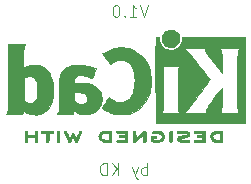
<source format=gbo>
%TF.GenerationSoftware,KiCad,Pcbnew,8.0.4*%
%TF.CreationDate,2024-08-23T23:03:49+05:30*%
%TF.ProjectId,Prj 1 - LED torch,50726a20-3120-42d2-904c-454420746f72,0.1*%
%TF.SameCoordinates,Original*%
%TF.FileFunction,Legend,Bot*%
%TF.FilePolarity,Positive*%
%FSLAX46Y46*%
G04 Gerber Fmt 4.6, Leading zero omitted, Abs format (unit mm)*
G04 Created by KiCad (PCBNEW 8.0.4) date 2024-08-23 23:03:49*
%MOMM*%
%LPD*%
G01*
G04 APERTURE LIST*
%ADD10C,0.100000*%
%ADD11C,0.010000*%
G04 APERTURE END LIST*
D10*
X168796115Y-126972419D02*
X168796115Y-125972419D01*
X168796115Y-126353371D02*
X168700877Y-126305752D01*
X168700877Y-126305752D02*
X168510401Y-126305752D01*
X168510401Y-126305752D02*
X168415163Y-126353371D01*
X168415163Y-126353371D02*
X168367544Y-126400990D01*
X168367544Y-126400990D02*
X168319925Y-126496228D01*
X168319925Y-126496228D02*
X168319925Y-126781942D01*
X168319925Y-126781942D02*
X168367544Y-126877180D01*
X168367544Y-126877180D02*
X168415163Y-126924800D01*
X168415163Y-126924800D02*
X168510401Y-126972419D01*
X168510401Y-126972419D02*
X168700877Y-126972419D01*
X168700877Y-126972419D02*
X168796115Y-126924800D01*
X167986591Y-126305752D02*
X167748496Y-126972419D01*
X167510401Y-126305752D02*
X167748496Y-126972419D01*
X167748496Y-126972419D02*
X167843734Y-127210514D01*
X167843734Y-127210514D02*
X167891353Y-127258133D01*
X167891353Y-127258133D02*
X167986591Y-127305752D01*
X166367543Y-126972419D02*
X166367543Y-125972419D01*
X165796115Y-126972419D02*
X166224686Y-126400990D01*
X165796115Y-125972419D02*
X166367543Y-126543847D01*
X165367543Y-126972419D02*
X165367543Y-125972419D01*
X165367543Y-125972419D02*
X165129448Y-125972419D01*
X165129448Y-125972419D02*
X164986591Y-126020038D01*
X164986591Y-126020038D02*
X164891353Y-126115276D01*
X164891353Y-126115276D02*
X164843734Y-126210514D01*
X164843734Y-126210514D02*
X164796115Y-126400990D01*
X164796115Y-126400990D02*
X164796115Y-126543847D01*
X164796115Y-126543847D02*
X164843734Y-126734323D01*
X164843734Y-126734323D02*
X164891353Y-126829561D01*
X164891353Y-126829561D02*
X164986591Y-126924800D01*
X164986591Y-126924800D02*
X165129448Y-126972419D01*
X165129448Y-126972419D02*
X165367543Y-126972419D01*
X168838972Y-112572419D02*
X168505639Y-113572419D01*
X168505639Y-113572419D02*
X168172306Y-112572419D01*
X167315163Y-113572419D02*
X167886591Y-113572419D01*
X167600877Y-113572419D02*
X167600877Y-112572419D01*
X167600877Y-112572419D02*
X167696115Y-112715276D01*
X167696115Y-112715276D02*
X167791353Y-112810514D01*
X167791353Y-112810514D02*
X167886591Y-112858133D01*
X166886591Y-113477180D02*
X166838972Y-113524800D01*
X166838972Y-113524800D02*
X166886591Y-113572419D01*
X166886591Y-113572419D02*
X166934210Y-113524800D01*
X166934210Y-113524800D02*
X166886591Y-113477180D01*
X166886591Y-113477180D02*
X166886591Y-113572419D01*
X166219925Y-112572419D02*
X166124687Y-112572419D01*
X166124687Y-112572419D02*
X166029449Y-112620038D01*
X166029449Y-112620038D02*
X165981830Y-112667657D01*
X165981830Y-112667657D02*
X165934211Y-112762895D01*
X165934211Y-112762895D02*
X165886592Y-112953371D01*
X165886592Y-112953371D02*
X165886592Y-113191466D01*
X165886592Y-113191466D02*
X165934211Y-113381942D01*
X165934211Y-113381942D02*
X165981830Y-113477180D01*
X165981830Y-113477180D02*
X166029449Y-113524800D01*
X166029449Y-113524800D02*
X166124687Y-113572419D01*
X166124687Y-113572419D02*
X166219925Y-113572419D01*
X166219925Y-113572419D02*
X166315163Y-113524800D01*
X166315163Y-113524800D02*
X166362782Y-113477180D01*
X166362782Y-113477180D02*
X166410401Y-113381942D01*
X166410401Y-113381942D02*
X166458020Y-113191466D01*
X166458020Y-113191466D02*
X166458020Y-112953371D01*
X166458020Y-112953371D02*
X166410401Y-112762895D01*
X166410401Y-112762895D02*
X166362782Y-112667657D01*
X166362782Y-112667657D02*
X166315163Y-112620038D01*
X166315163Y-112620038D02*
X166219925Y-112572419D01*
D11*
%TO.C,REF1*%
X161307002Y-123214242D02*
X161341247Y-123235142D01*
X161376729Y-123263873D01*
X161376729Y-124125871D01*
X161341247Y-124154602D01*
X161299495Y-124177867D01*
X161251832Y-124178980D01*
X161209976Y-124151696D01*
X161204815Y-124145486D01*
X161197538Y-124132881D01*
X161191937Y-124114666D01*
X161187794Y-124087347D01*
X161184892Y-124047433D01*
X161183014Y-123991430D01*
X161181941Y-123915847D01*
X161181457Y-123817190D01*
X161181344Y-123691966D01*
X161181344Y-123263873D01*
X161216826Y-123235142D01*
X161248396Y-123215477D01*
X161279037Y-123206410D01*
X161307002Y-123214242D01*
G36*
X161307002Y-123214242D02*
G01*
X161341247Y-123235142D01*
X161376729Y-123263873D01*
X161376729Y-124125871D01*
X161341247Y-124154602D01*
X161299495Y-124177867D01*
X161251832Y-124178980D01*
X161209976Y-124151696D01*
X161204815Y-124145486D01*
X161197538Y-124132881D01*
X161191937Y-124114666D01*
X161187794Y-124087347D01*
X161184892Y-124047433D01*
X161183014Y-123991430D01*
X161181941Y-123915847D01*
X161181457Y-123817190D01*
X161181344Y-123691966D01*
X161181344Y-123263873D01*
X161216826Y-123235142D01*
X161248396Y-123215477D01*
X161279037Y-123206410D01*
X161307002Y-123214242D01*
G37*
X170800579Y-123212264D02*
X170846051Y-123243301D01*
X170882942Y-123280192D01*
X170882942Y-123696978D01*
X170882887Y-123808852D01*
X170882543Y-123907668D01*
X170881650Y-123983226D01*
X170879949Y-124039104D01*
X170877181Y-124078882D01*
X170873088Y-124106136D01*
X170867409Y-124124447D01*
X170859888Y-124137391D01*
X170850263Y-124148548D01*
X170808374Y-124177125D01*
X170761556Y-124179476D01*
X170717617Y-124153274D01*
X170710551Y-124145461D01*
X170703296Y-124133367D01*
X170697750Y-124115605D01*
X170693683Y-124088690D01*
X170690869Y-124049138D01*
X170689077Y-123993465D01*
X170688081Y-123918185D01*
X170687650Y-123819816D01*
X170687557Y-123694872D01*
X170687610Y-123594140D01*
X170687949Y-123490414D01*
X170688807Y-123410519D01*
X170690410Y-123350971D01*
X170692988Y-123308284D01*
X170696769Y-123278975D01*
X170701982Y-123259559D01*
X170708855Y-123246552D01*
X170717617Y-123236470D01*
X170756470Y-123211145D01*
X170800579Y-123212264D01*
G36*
X170800579Y-123212264D02*
G01*
X170846051Y-123243301D01*
X170882942Y-123280192D01*
X170882942Y-123696978D01*
X170882887Y-123808852D01*
X170882543Y-123907668D01*
X170881650Y-123983226D01*
X170879949Y-124039104D01*
X170877181Y-124078882D01*
X170873088Y-124106136D01*
X170867409Y-124124447D01*
X170859888Y-124137391D01*
X170850263Y-124148548D01*
X170808374Y-124177125D01*
X170761556Y-124179476D01*
X170717617Y-124153274D01*
X170710551Y-124145461D01*
X170703296Y-124133367D01*
X170697750Y-124115605D01*
X170693683Y-124088690D01*
X170690869Y-124049138D01*
X170689077Y-123993465D01*
X170688081Y-123918185D01*
X170687650Y-123819816D01*
X170687557Y-123694872D01*
X170687610Y-123594140D01*
X170687949Y-123490414D01*
X170688807Y-123410519D01*
X170690410Y-123350971D01*
X170692988Y-123308284D01*
X170696769Y-123278975D01*
X170701982Y-123259559D01*
X170708855Y-123246552D01*
X170717617Y-123236470D01*
X170756470Y-123211145D01*
X170800579Y-123212264D01*
G37*
X170886337Y-114670839D02*
X171025779Y-114705005D01*
X171157955Y-114766325D01*
X171278699Y-114854810D01*
X171383846Y-114970470D01*
X171469230Y-115113313D01*
X171492121Y-115163633D01*
X171510666Y-115214636D01*
X171521072Y-115265624D01*
X171525633Y-115328691D01*
X171526643Y-115415929D01*
X171526032Y-115488539D01*
X171522350Y-115555270D01*
X171513322Y-115607334D01*
X171496694Y-115656686D01*
X171470212Y-115715286D01*
X171462552Y-115730902D01*
X171372006Y-115873893D01*
X171258125Y-115991543D01*
X171124141Y-116081089D01*
X170973286Y-116139772D01*
X170895881Y-116156147D01*
X170738849Y-116163810D01*
X170586753Y-116139016D01*
X170444054Y-116084306D01*
X170315212Y-116002223D01*
X170204686Y-115895309D01*
X170116936Y-115766107D01*
X170056423Y-115617158D01*
X170034283Y-115495265D01*
X170032288Y-115360751D01*
X170050295Y-115229908D01*
X170087446Y-115116572D01*
X170130372Y-115035543D01*
X170225933Y-114906987D01*
X170339221Y-114805527D01*
X170466071Y-114731172D01*
X170602318Y-114683933D01*
X170743795Y-114663818D01*
X170886337Y-114670839D01*
G36*
X170886337Y-114670839D02*
G01*
X171025779Y-114705005D01*
X171157955Y-114766325D01*
X171278699Y-114854810D01*
X171383846Y-114970470D01*
X171469230Y-115113313D01*
X171492121Y-115163633D01*
X171510666Y-115214636D01*
X171521072Y-115265624D01*
X171525633Y-115328691D01*
X171526643Y-115415929D01*
X171526032Y-115488539D01*
X171522350Y-115555270D01*
X171513322Y-115607334D01*
X171496694Y-115656686D01*
X171470212Y-115715286D01*
X171462552Y-115730902D01*
X171372006Y-115873893D01*
X171258125Y-115991543D01*
X171124141Y-116081089D01*
X170973286Y-116139772D01*
X170895881Y-116156147D01*
X170738849Y-116163810D01*
X170586753Y-116139016D01*
X170444054Y-116084306D01*
X170315212Y-116002223D01*
X170204686Y-115895309D01*
X170116936Y-115766107D01*
X170056423Y-115617158D01*
X170034283Y-115495265D01*
X170032288Y-115360751D01*
X170050295Y-115229908D01*
X170087446Y-115116572D01*
X170130372Y-115035543D01*
X170225933Y-114906987D01*
X170339221Y-114805527D01*
X170466071Y-114731172D01*
X170602318Y-114683933D01*
X170743795Y-114663818D01*
X170886337Y-114670839D01*
G37*
X160375531Y-123206412D02*
X160500843Y-123206532D01*
X160600048Y-123206984D01*
X160676478Y-123207972D01*
X160733459Y-123209697D01*
X160774323Y-123212361D01*
X160802397Y-123216169D01*
X160821012Y-123221321D01*
X160833496Y-123228020D01*
X160843179Y-123236470D01*
X160868216Y-123280029D01*
X160870142Y-123330057D01*
X160848364Y-123374310D01*
X160846553Y-123376245D01*
X160831638Y-123387376D01*
X160808868Y-123394771D01*
X160772696Y-123399157D01*
X160717573Y-123401256D01*
X160637950Y-123401795D01*
X160452409Y-123401795D01*
X160452409Y-123752963D01*
X160452309Y-123853918D01*
X160451766Y-123942674D01*
X160450458Y-124008955D01*
X160448067Y-124056773D01*
X160444271Y-124090146D01*
X160438752Y-124113086D01*
X160431188Y-124129610D01*
X160421259Y-124143733D01*
X160418210Y-124147469D01*
X160376700Y-124177614D01*
X160330929Y-124179696D01*
X160287084Y-124153274D01*
X160277793Y-124142523D01*
X160270508Y-124128412D01*
X160265156Y-124107319D01*
X160261440Y-124075398D01*
X160259064Y-124028802D01*
X160257734Y-123963685D01*
X160257153Y-123876201D01*
X160257025Y-123762505D01*
X160257025Y-123401795D01*
X160062731Y-123401795D01*
X160047953Y-123401794D01*
X159972708Y-123401494D01*
X159920992Y-123399977D01*
X159887185Y-123396250D01*
X159865668Y-123389318D01*
X159850821Y-123378186D01*
X159837024Y-123361860D01*
X159815926Y-123321003D01*
X159820056Y-123276029D01*
X159854197Y-123232712D01*
X159860775Y-123227763D01*
X159874369Y-123221325D01*
X159894906Y-123216314D01*
X159925689Y-123212557D01*
X159970020Y-123209876D01*
X160031201Y-123208096D01*
X160112535Y-123207043D01*
X160217323Y-123206539D01*
X160348867Y-123206410D01*
X160375531Y-123206412D01*
G36*
X160375531Y-123206412D02*
G01*
X160500843Y-123206532D01*
X160600048Y-123206984D01*
X160676478Y-123207972D01*
X160733459Y-123209697D01*
X160774323Y-123212361D01*
X160802397Y-123216169D01*
X160821012Y-123221321D01*
X160833496Y-123228020D01*
X160843179Y-123236470D01*
X160868216Y-123280029D01*
X160870142Y-123330057D01*
X160848364Y-123374310D01*
X160846553Y-123376245D01*
X160831638Y-123387376D01*
X160808868Y-123394771D01*
X160772696Y-123399157D01*
X160717573Y-123401256D01*
X160637950Y-123401795D01*
X160452409Y-123401795D01*
X160452409Y-123752963D01*
X160452309Y-123853918D01*
X160451766Y-123942674D01*
X160450458Y-124008955D01*
X160448067Y-124056773D01*
X160444271Y-124090146D01*
X160438752Y-124113086D01*
X160431188Y-124129610D01*
X160421259Y-124143733D01*
X160418210Y-124147469D01*
X160376700Y-124177614D01*
X160330929Y-124179696D01*
X160287084Y-124153274D01*
X160277793Y-124142523D01*
X160270508Y-124128412D01*
X160265156Y-124107319D01*
X160261440Y-124075398D01*
X160259064Y-124028802D01*
X160257734Y-123963685D01*
X160257153Y-123876201D01*
X160257025Y-123762505D01*
X160257025Y-123401795D01*
X160062731Y-123401795D01*
X160047953Y-123401794D01*
X159972708Y-123401494D01*
X159920992Y-123399977D01*
X159887185Y-123396250D01*
X159865668Y-123389318D01*
X159850821Y-123378186D01*
X159837024Y-123361860D01*
X159815926Y-123321003D01*
X159820056Y-123276029D01*
X159854197Y-123232712D01*
X159860775Y-123227763D01*
X159874369Y-123221325D01*
X159894906Y-123216314D01*
X159925689Y-123212557D01*
X159970020Y-123209876D01*
X160031201Y-123208096D01*
X160112535Y-123207043D01*
X160217323Y-123206539D01*
X160348867Y-123206410D01*
X160375531Y-123206412D01*
G37*
X159475486Y-123236470D02*
X159482985Y-123244711D01*
X159489762Y-123255636D01*
X159495202Y-123271315D01*
X159499434Y-123294559D01*
X159502584Y-123328181D01*
X159504782Y-123374992D01*
X159506155Y-123437803D01*
X159506832Y-123519427D01*
X159506940Y-123622674D01*
X159506608Y-123750357D01*
X159505964Y-123905286D01*
X159505872Y-123924158D01*
X159505092Y-124006386D01*
X159503331Y-124064544D01*
X159499942Y-124103660D01*
X159494277Y-124128761D01*
X159485688Y-124144876D01*
X159473527Y-124157032D01*
X159428983Y-124180220D01*
X159382454Y-124176357D01*
X159341311Y-124143733D01*
X159329316Y-124126155D01*
X159319396Y-124101477D01*
X159313581Y-124066824D01*
X159310845Y-124015505D01*
X159310161Y-123940833D01*
X159310161Y-123777535D01*
X158648859Y-123777535D01*
X158648859Y-123957038D01*
X158648762Y-124004688D01*
X158647747Y-124066370D01*
X158644849Y-124107022D01*
X158639128Y-124132358D01*
X158629644Y-124148092D01*
X158615456Y-124159937D01*
X158572518Y-124180000D01*
X158525539Y-124176449D01*
X158484625Y-124143733D01*
X158478426Y-124135405D01*
X158470524Y-124121394D01*
X158464491Y-124102848D01*
X158460077Y-124076123D01*
X158457029Y-124037570D01*
X158455097Y-123983544D01*
X158454028Y-123910398D01*
X158453571Y-123814486D01*
X158453475Y-123692162D01*
X158453475Y-123280192D01*
X158490365Y-123243301D01*
X158532141Y-123213688D01*
X158576381Y-123210107D01*
X158618800Y-123236470D01*
X158629831Y-123249478D01*
X158639699Y-123270636D01*
X158645474Y-123302545D01*
X158648184Y-123351636D01*
X158648859Y-123424339D01*
X158648859Y-123582150D01*
X159310161Y-123582150D01*
X159310161Y-123428360D01*
X159310744Y-123359533D01*
X159313359Y-123313568D01*
X159319371Y-123283511D01*
X159330147Y-123262407D01*
X159347052Y-123243301D01*
X159388828Y-123213688D01*
X159433067Y-123210107D01*
X159475486Y-123236470D01*
G36*
X159475486Y-123236470D02*
G01*
X159482985Y-123244711D01*
X159489762Y-123255636D01*
X159495202Y-123271315D01*
X159499434Y-123294559D01*
X159502584Y-123328181D01*
X159504782Y-123374992D01*
X159506155Y-123437803D01*
X159506832Y-123519427D01*
X159506940Y-123622674D01*
X159506608Y-123750357D01*
X159505964Y-123905286D01*
X159505872Y-123924158D01*
X159505092Y-124006386D01*
X159503331Y-124064544D01*
X159499942Y-124103660D01*
X159494277Y-124128761D01*
X159485688Y-124144876D01*
X159473527Y-124157032D01*
X159428983Y-124180220D01*
X159382454Y-124176357D01*
X159341311Y-124143733D01*
X159329316Y-124126155D01*
X159319396Y-124101477D01*
X159313581Y-124066824D01*
X159310845Y-124015505D01*
X159310161Y-123940833D01*
X159310161Y-123777535D01*
X158648859Y-123777535D01*
X158648859Y-123957038D01*
X158648762Y-124004688D01*
X158647747Y-124066370D01*
X158644849Y-124107022D01*
X158639128Y-124132358D01*
X158629644Y-124148092D01*
X158615456Y-124159937D01*
X158572518Y-124180000D01*
X158525539Y-124176449D01*
X158484625Y-124143733D01*
X158478426Y-124135405D01*
X158470524Y-124121394D01*
X158464491Y-124102848D01*
X158460077Y-124076123D01*
X158457029Y-124037570D01*
X158455097Y-123983544D01*
X158454028Y-123910398D01*
X158453571Y-123814486D01*
X158453475Y-123692162D01*
X158453475Y-123280192D01*
X158490365Y-123243301D01*
X158532141Y-123213688D01*
X158576381Y-123210107D01*
X158618800Y-123236470D01*
X158629831Y-123249478D01*
X158639699Y-123270636D01*
X158645474Y-123302545D01*
X158648184Y-123351636D01*
X158648859Y-123424339D01*
X158648859Y-123582150D01*
X159310161Y-123582150D01*
X159310161Y-123428360D01*
X159310744Y-123359533D01*
X159313359Y-123313568D01*
X159319371Y-123283511D01*
X159330147Y-123262407D01*
X159347052Y-123243301D01*
X159388828Y-123213688D01*
X159433067Y-123210107D01*
X159475486Y-123236470D01*
G37*
X165740071Y-124020311D02*
X165737449Y-124063950D01*
X165733550Y-124094466D01*
X165728122Y-124115504D01*
X165720914Y-124130711D01*
X165711674Y-124143733D01*
X165680524Y-124183334D01*
X165459928Y-124182543D01*
X165413602Y-124182146D01*
X165282485Y-124177579D01*
X165174696Y-124167351D01*
X165085369Y-124150632D01*
X165009637Y-124126595D01*
X164942634Y-124094409D01*
X164938162Y-124091857D01*
X164861194Y-124042972D01*
X164804805Y-123993757D01*
X164761115Y-123935862D01*
X164722239Y-123860937D01*
X164716539Y-123848135D01*
X164686480Y-123764012D01*
X164678845Y-123703362D01*
X164877544Y-123703362D01*
X164885017Y-123736284D01*
X164892640Y-123757424D01*
X164936482Y-123837183D01*
X164999506Y-123898097D01*
X165084401Y-123942212D01*
X165193851Y-123971575D01*
X165197570Y-123972243D01*
X165259193Y-123980181D01*
X165334277Y-123985810D01*
X165407418Y-123987949D01*
X165532409Y-123987949D01*
X165532409Y-123401795D01*
X165415930Y-123402392D01*
X165326836Y-123405688D01*
X165203821Y-123420668D01*
X165098224Y-123446682D01*
X165015713Y-123482594D01*
X164974521Y-123510191D01*
X164937083Y-123549820D01*
X164906010Y-123606307D01*
X164896521Y-123627564D01*
X164880779Y-123670836D01*
X164877544Y-123703362D01*
X164678845Y-123703362D01*
X164677199Y-123690284D01*
X164688651Y-123617024D01*
X164720792Y-123534304D01*
X164721851Y-123532050D01*
X164775707Y-123439624D01*
X164843186Y-123364271D01*
X164926697Y-123304935D01*
X165028647Y-123260563D01*
X165151445Y-123230101D01*
X165297499Y-123212493D01*
X165469217Y-123206687D01*
X165473972Y-123206681D01*
X165553881Y-123206867D01*
X165609706Y-123208247D01*
X165647135Y-123211701D01*
X165671857Y-123218108D01*
X165689560Y-123228348D01*
X165705933Y-123243301D01*
X165742824Y-123280192D01*
X165742824Y-123692162D01*
X165742790Y-123774181D01*
X165742490Y-123879072D01*
X165741668Y-123959900D01*
X165740926Y-123987949D01*
X165740071Y-124020311D01*
G36*
X165740071Y-124020311D02*
G01*
X165737449Y-124063950D01*
X165733550Y-124094466D01*
X165728122Y-124115504D01*
X165720914Y-124130711D01*
X165711674Y-124143733D01*
X165680524Y-124183334D01*
X165459928Y-124182543D01*
X165413602Y-124182146D01*
X165282485Y-124177579D01*
X165174696Y-124167351D01*
X165085369Y-124150632D01*
X165009637Y-124126595D01*
X164942634Y-124094409D01*
X164938162Y-124091857D01*
X164861194Y-124042972D01*
X164804805Y-123993757D01*
X164761115Y-123935862D01*
X164722239Y-123860937D01*
X164716539Y-123848135D01*
X164686480Y-123764012D01*
X164678845Y-123703362D01*
X164877544Y-123703362D01*
X164885017Y-123736284D01*
X164892640Y-123757424D01*
X164936482Y-123837183D01*
X164999506Y-123898097D01*
X165084401Y-123942212D01*
X165193851Y-123971575D01*
X165197570Y-123972243D01*
X165259193Y-123980181D01*
X165334277Y-123985810D01*
X165407418Y-123987949D01*
X165532409Y-123987949D01*
X165532409Y-123401795D01*
X165415930Y-123402392D01*
X165326836Y-123405688D01*
X165203821Y-123420668D01*
X165098224Y-123446682D01*
X165015713Y-123482594D01*
X164974521Y-123510191D01*
X164937083Y-123549820D01*
X164906010Y-123606307D01*
X164896521Y-123627564D01*
X164880779Y-123670836D01*
X164877544Y-123703362D01*
X164678845Y-123703362D01*
X164677199Y-123690284D01*
X164688651Y-123617024D01*
X164720792Y-123534304D01*
X164721851Y-123532050D01*
X164775707Y-123439624D01*
X164843186Y-123364271D01*
X164926697Y-123304935D01*
X165028647Y-123260563D01*
X165151445Y-123230101D01*
X165297499Y-123212493D01*
X165469217Y-123206687D01*
X165473972Y-123206681D01*
X165553881Y-123206867D01*
X165609706Y-123208247D01*
X165647135Y-123211701D01*
X165671857Y-123218108D01*
X165689560Y-123228348D01*
X165705933Y-123243301D01*
X165742824Y-123280192D01*
X165742824Y-123692162D01*
X165742790Y-123774181D01*
X165742490Y-123879072D01*
X165741668Y-123959900D01*
X165740926Y-123987949D01*
X165740071Y-124020311D01*
G37*
X175181662Y-123453192D02*
X175181734Y-123560519D01*
X175181403Y-123694872D01*
X175181351Y-123795605D01*
X175181011Y-123899330D01*
X175180154Y-123979225D01*
X175178551Y-124038773D01*
X175175973Y-124081460D01*
X175172192Y-124110769D01*
X175166979Y-124130185D01*
X175160106Y-124143192D01*
X175151344Y-124153274D01*
X175142068Y-124161574D01*
X175124763Y-124171293D01*
X175099270Y-124177622D01*
X175060123Y-124181266D01*
X175001855Y-124182935D01*
X174919000Y-124183334D01*
X174853834Y-124182834D01*
X174711566Y-124176938D01*
X174592771Y-124163508D01*
X174493188Y-124141423D01*
X174408552Y-124109563D01*
X174334600Y-124066808D01*
X174267067Y-124012038D01*
X174259095Y-124004246D01*
X174210011Y-123939663D01*
X174168607Y-123858705D01*
X174140005Y-123773174D01*
X174132974Y-123721593D01*
X174328974Y-123721593D01*
X174353314Y-123789406D01*
X174392816Y-123850538D01*
X174454986Y-123907000D01*
X174536717Y-123946678D01*
X174642090Y-123972155D01*
X174644074Y-123972472D01*
X174709272Y-123980183D01*
X174787415Y-123985696D01*
X174862025Y-123987835D01*
X174986019Y-123987949D01*
X174986019Y-123401795D01*
X174884569Y-123401776D01*
X174880538Y-123401788D01*
X174812479Y-123404404D01*
X174732461Y-123410694D01*
X174656961Y-123419386D01*
X174590449Y-123431763D01*
X174490927Y-123466735D01*
X174414362Y-123519056D01*
X174359109Y-123589665D01*
X174330861Y-123657919D01*
X174328974Y-123721593D01*
X174132974Y-123721593D01*
X174129332Y-123694872D01*
X174131035Y-123666625D01*
X174147427Y-123590184D01*
X174177421Y-123510421D01*
X174216337Y-123438462D01*
X174259495Y-123385433D01*
X174285512Y-123362769D01*
X174358353Y-123310597D01*
X174438638Y-123270483D01*
X174530763Y-123241246D01*
X174639125Y-123221699D01*
X174768119Y-123210660D01*
X174922143Y-123206944D01*
X174974708Y-123206409D01*
X175035566Y-123205859D01*
X175083229Y-123208261D01*
X175119297Y-123216625D01*
X175145368Y-123233960D01*
X175163041Y-123263275D01*
X175173915Y-123307579D01*
X175179590Y-123369881D01*
X175180384Y-123401795D01*
X175181662Y-123453192D01*
G36*
X175181662Y-123453192D02*
G01*
X175181734Y-123560519D01*
X175181403Y-123694872D01*
X175181351Y-123795605D01*
X175181011Y-123899330D01*
X175180154Y-123979225D01*
X175178551Y-124038773D01*
X175175973Y-124081460D01*
X175172192Y-124110769D01*
X175166979Y-124130185D01*
X175160106Y-124143192D01*
X175151344Y-124153274D01*
X175142068Y-124161574D01*
X175124763Y-124171293D01*
X175099270Y-124177622D01*
X175060123Y-124181266D01*
X175001855Y-124182935D01*
X174919000Y-124183334D01*
X174853834Y-124182834D01*
X174711566Y-124176938D01*
X174592771Y-124163508D01*
X174493188Y-124141423D01*
X174408552Y-124109563D01*
X174334600Y-124066808D01*
X174267067Y-124012038D01*
X174259095Y-124004246D01*
X174210011Y-123939663D01*
X174168607Y-123858705D01*
X174140005Y-123773174D01*
X174132974Y-123721593D01*
X174328974Y-123721593D01*
X174353314Y-123789406D01*
X174392816Y-123850538D01*
X174454986Y-123907000D01*
X174536717Y-123946678D01*
X174642090Y-123972155D01*
X174644074Y-123972472D01*
X174709272Y-123980183D01*
X174787415Y-123985696D01*
X174862025Y-123987835D01*
X174986019Y-123987949D01*
X174986019Y-123401795D01*
X174884569Y-123401776D01*
X174880538Y-123401788D01*
X174812479Y-123404404D01*
X174732461Y-123410694D01*
X174656961Y-123419386D01*
X174590449Y-123431763D01*
X174490927Y-123466735D01*
X174414362Y-123519056D01*
X174359109Y-123589665D01*
X174330861Y-123657919D01*
X174328974Y-123721593D01*
X174132974Y-123721593D01*
X174129332Y-123694872D01*
X174131035Y-123666625D01*
X174147427Y-123590184D01*
X174177421Y-123510421D01*
X174216337Y-123438462D01*
X174259495Y-123385433D01*
X174285512Y-123362769D01*
X174358353Y-123310597D01*
X174438638Y-123270483D01*
X174530763Y-123241246D01*
X174639125Y-123221699D01*
X174768119Y-123210660D01*
X174922143Y-123206944D01*
X174974708Y-123206409D01*
X175035566Y-123205859D01*
X175083229Y-123208261D01*
X175119297Y-123216625D01*
X175145368Y-123233960D01*
X175163041Y-123263275D01*
X175173915Y-123307579D01*
X175179590Y-123369881D01*
X175180384Y-123401795D01*
X175181662Y-123453192D01*
G37*
X168598184Y-123204846D02*
X168613372Y-123213017D01*
X168627416Y-123227212D01*
X168642443Y-123246011D01*
X168648371Y-123253948D01*
X168656357Y-123267920D01*
X168662454Y-123286327D01*
X168666916Y-123312827D01*
X168669997Y-123351083D01*
X168671951Y-123404755D01*
X168673033Y-123477503D01*
X168673495Y-123572988D01*
X168673593Y-123694872D01*
X168673562Y-123772797D01*
X168673272Y-123878091D01*
X168672461Y-123959227D01*
X168670875Y-124019866D01*
X168668262Y-124063669D01*
X168664366Y-124094296D01*
X168658933Y-124115409D01*
X168651710Y-124130667D01*
X168642443Y-124143733D01*
X168601931Y-124176209D01*
X168555410Y-124180042D01*
X168506175Y-124154626D01*
X168500605Y-124150000D01*
X168489720Y-124138646D01*
X168481651Y-124123268D01*
X168475816Y-124099526D01*
X168471633Y-124063084D01*
X168468521Y-124009604D01*
X168465897Y-123934747D01*
X168463179Y-123834177D01*
X168455664Y-123542435D01*
X168102469Y-123862814D01*
X168004169Y-123951718D01*
X167917391Y-124029091D01*
X167847902Y-124088946D01*
X167793217Y-124132777D01*
X167750854Y-124162077D01*
X167718332Y-124178340D01*
X167693166Y-124183060D01*
X167672875Y-124177731D01*
X167654976Y-124163846D01*
X167636987Y-124142899D01*
X167628672Y-124131605D01*
X167621174Y-124117523D01*
X167615568Y-124098673D01*
X167611638Y-124071443D01*
X167609168Y-124032221D01*
X167607944Y-123977394D01*
X167607751Y-123903348D01*
X167608373Y-123806471D01*
X167609594Y-123683150D01*
X167614007Y-123263835D01*
X167649489Y-123235123D01*
X167684191Y-123213566D01*
X167727937Y-123209877D01*
X167773910Y-123235110D01*
X167779651Y-123239882D01*
X167790478Y-123251238D01*
X167798505Y-123266671D01*
X167804310Y-123290510D01*
X167808474Y-123327084D01*
X167811576Y-123380722D01*
X167814193Y-123455754D01*
X167816906Y-123556508D01*
X167824421Y-123849207D01*
X168064895Y-123631138D01*
X168180374Y-123526448D01*
X168281253Y-123435392D01*
X168363979Y-123361702D01*
X168430678Y-123303960D01*
X168483476Y-123260749D01*
X168524499Y-123230649D01*
X168555874Y-123212244D01*
X168579727Y-123204116D01*
X168598184Y-123204846D01*
G36*
X168598184Y-123204846D02*
G01*
X168613372Y-123213017D01*
X168627416Y-123227212D01*
X168642443Y-123246011D01*
X168648371Y-123253948D01*
X168656357Y-123267920D01*
X168662454Y-123286327D01*
X168666916Y-123312827D01*
X168669997Y-123351083D01*
X168671951Y-123404755D01*
X168673033Y-123477503D01*
X168673495Y-123572988D01*
X168673593Y-123694872D01*
X168673562Y-123772797D01*
X168673272Y-123878091D01*
X168672461Y-123959227D01*
X168670875Y-124019866D01*
X168668262Y-124063669D01*
X168664366Y-124094296D01*
X168658933Y-124115409D01*
X168651710Y-124130667D01*
X168642443Y-124143733D01*
X168601931Y-124176209D01*
X168555410Y-124180042D01*
X168506175Y-124154626D01*
X168500605Y-124150000D01*
X168489720Y-124138646D01*
X168481651Y-124123268D01*
X168475816Y-124099526D01*
X168471633Y-124063084D01*
X168468521Y-124009604D01*
X168465897Y-123934747D01*
X168463179Y-123834177D01*
X168455664Y-123542435D01*
X168102469Y-123862814D01*
X168004169Y-123951718D01*
X167917391Y-124029091D01*
X167847902Y-124088946D01*
X167793217Y-124132777D01*
X167750854Y-124162077D01*
X167718332Y-124178340D01*
X167693166Y-124183060D01*
X167672875Y-124177731D01*
X167654976Y-124163846D01*
X167636987Y-124142899D01*
X167628672Y-124131605D01*
X167621174Y-124117523D01*
X167615568Y-124098673D01*
X167611638Y-124071443D01*
X167609168Y-124032221D01*
X167607944Y-123977394D01*
X167607751Y-123903348D01*
X167608373Y-123806471D01*
X167609594Y-123683150D01*
X167614007Y-123263835D01*
X167649489Y-123235123D01*
X167684191Y-123213566D01*
X167727937Y-123209877D01*
X167773910Y-123235110D01*
X167779651Y-123239882D01*
X167790478Y-123251238D01*
X167798505Y-123266671D01*
X167804310Y-123290510D01*
X167808474Y-123327084D01*
X167811576Y-123380722D01*
X167814193Y-123455754D01*
X167816906Y-123556508D01*
X167824421Y-123849207D01*
X168064895Y-123631138D01*
X168180374Y-123526448D01*
X168281253Y-123435392D01*
X168363979Y-123361702D01*
X168430678Y-123303960D01*
X168483476Y-123260749D01*
X168524499Y-123230649D01*
X168555874Y-123212244D01*
X168579727Y-123204116D01*
X168598184Y-123204846D01*
G37*
X169659621Y-123213217D02*
X169800754Y-123234938D01*
X169925652Y-123272285D01*
X170030557Y-123324083D01*
X170111709Y-123389162D01*
X170146418Y-123432913D01*
X170185703Y-123498414D01*
X170219349Y-123570119D01*
X170242847Y-123638241D01*
X170251688Y-123692993D01*
X170249611Y-123719241D01*
X170232381Y-123787583D01*
X170201543Y-123862840D01*
X170161746Y-123934622D01*
X170117640Y-123992542D01*
X170104065Y-124006319D01*
X170014750Y-124075250D01*
X169908074Y-124128362D01*
X169793297Y-124160849D01*
X169720120Y-124171649D01*
X169595700Y-124180442D01*
X169476170Y-124177663D01*
X169366346Y-124164023D01*
X169271044Y-124140232D01*
X169195079Y-124106998D01*
X169143267Y-124065033D01*
X169141436Y-124062403D01*
X169132000Y-124028818D01*
X169126356Y-123965910D01*
X169124480Y-123873428D01*
X169125625Y-123790574D01*
X169131909Y-123727491D01*
X169147472Y-123684750D01*
X169176455Y-123658719D01*
X169222998Y-123645764D01*
X169291241Y-123642253D01*
X169385324Y-123644554D01*
X169450055Y-123648564D01*
X169516884Y-123659471D01*
X169560145Y-123678181D01*
X169583389Y-123706453D01*
X169590167Y-123746048D01*
X169590026Y-123752094D01*
X169578440Y-123798417D01*
X169546475Y-123829594D01*
X169491536Y-123847168D01*
X169411031Y-123852683D01*
X169319865Y-123852683D01*
X169319865Y-123903743D01*
X169319932Y-123915906D01*
X169322888Y-123938873D01*
X169335226Y-123952578D01*
X169363692Y-123961814D01*
X169415031Y-123971376D01*
X169422319Y-123972620D01*
X169551395Y-123985805D01*
X169671206Y-123981918D01*
X169778924Y-123962307D01*
X169871718Y-123928317D01*
X169946760Y-123881293D01*
X170001220Y-123822581D01*
X170032270Y-123753527D01*
X170037079Y-123675478D01*
X170029732Y-123637008D01*
X169994207Y-123562599D01*
X169932713Y-123501810D01*
X169846199Y-123455431D01*
X169735614Y-123424252D01*
X169702763Y-123418329D01*
X169583834Y-123404351D01*
X169477582Y-123405987D01*
X169373613Y-123423209D01*
X169326824Y-123432248D01*
X169266330Y-123433603D01*
X169224639Y-123416919D01*
X169197807Y-123381256D01*
X169189308Y-123343649D01*
X169201938Y-123302078D01*
X169214358Y-123284204D01*
X169259936Y-123252875D01*
X169329995Y-123229082D01*
X169421216Y-123213776D01*
X169530279Y-123207909D01*
X169659621Y-123213217D01*
G36*
X169659621Y-123213217D02*
G01*
X169800754Y-123234938D01*
X169925652Y-123272285D01*
X170030557Y-123324083D01*
X170111709Y-123389162D01*
X170146418Y-123432913D01*
X170185703Y-123498414D01*
X170219349Y-123570119D01*
X170242847Y-123638241D01*
X170251688Y-123692993D01*
X170249611Y-123719241D01*
X170232381Y-123787583D01*
X170201543Y-123862840D01*
X170161746Y-123934622D01*
X170117640Y-123992542D01*
X170104065Y-124006319D01*
X170014750Y-124075250D01*
X169908074Y-124128362D01*
X169793297Y-124160849D01*
X169720120Y-124171649D01*
X169595700Y-124180442D01*
X169476170Y-124177663D01*
X169366346Y-124164023D01*
X169271044Y-124140232D01*
X169195079Y-124106998D01*
X169143267Y-124065033D01*
X169141436Y-124062403D01*
X169132000Y-124028818D01*
X169126356Y-123965910D01*
X169124480Y-123873428D01*
X169125625Y-123790574D01*
X169131909Y-123727491D01*
X169147472Y-123684750D01*
X169176455Y-123658719D01*
X169222998Y-123645764D01*
X169291241Y-123642253D01*
X169385324Y-123644554D01*
X169450055Y-123648564D01*
X169516884Y-123659471D01*
X169560145Y-123678181D01*
X169583389Y-123706453D01*
X169590167Y-123746048D01*
X169590026Y-123752094D01*
X169578440Y-123798417D01*
X169546475Y-123829594D01*
X169491536Y-123847168D01*
X169411031Y-123852683D01*
X169319865Y-123852683D01*
X169319865Y-123903743D01*
X169319932Y-123915906D01*
X169322888Y-123938873D01*
X169335226Y-123952578D01*
X169363692Y-123961814D01*
X169415031Y-123971376D01*
X169422319Y-123972620D01*
X169551395Y-123985805D01*
X169671206Y-123981918D01*
X169778924Y-123962307D01*
X169871718Y-123928317D01*
X169946760Y-123881293D01*
X170001220Y-123822581D01*
X170032270Y-123753527D01*
X170037079Y-123675478D01*
X170029732Y-123637008D01*
X169994207Y-123562599D01*
X169932713Y-123501810D01*
X169846199Y-123455431D01*
X169735614Y-123424252D01*
X169702763Y-123418329D01*
X169583834Y-123404351D01*
X169477582Y-123405987D01*
X169373613Y-123423209D01*
X169326824Y-123432248D01*
X169266330Y-123433603D01*
X169224639Y-123416919D01*
X169197807Y-123381256D01*
X169189308Y-123343649D01*
X169201938Y-123302078D01*
X169214358Y-123284204D01*
X169259936Y-123252875D01*
X169329995Y-123229082D01*
X169421216Y-123213776D01*
X169530279Y-123207909D01*
X169659621Y-123213217D01*
G37*
X167064336Y-123246011D02*
X167070925Y-123254910D01*
X167078706Y-123268984D01*
X167084645Y-123287739D01*
X167088991Y-123314799D01*
X167091990Y-123353790D01*
X167093892Y-123408339D01*
X167094943Y-123482069D01*
X167095392Y-123578608D01*
X167095486Y-123701580D01*
X167095448Y-123789339D01*
X167095139Y-123893607D01*
X167094313Y-123973845D01*
X167092725Y-124033621D01*
X167090132Y-124076502D01*
X167086291Y-124106056D01*
X167080958Y-124125852D01*
X167073890Y-124139457D01*
X167064842Y-124150440D01*
X167058831Y-124156641D01*
X167047874Y-124165277D01*
X167032750Y-124171816D01*
X167009760Y-124176550D01*
X166975204Y-124179769D01*
X166925386Y-124181766D01*
X166856604Y-124182831D01*
X166765161Y-124183256D01*
X166647357Y-124183334D01*
X166621163Y-124183325D01*
X166505302Y-124182970D01*
X166415232Y-124181951D01*
X166347393Y-124180068D01*
X166298224Y-124177123D01*
X166264162Y-124172919D01*
X166241646Y-124167256D01*
X166227115Y-124159937D01*
X166213145Y-124146642D01*
X166195490Y-124105214D01*
X166197064Y-124057434D01*
X166218585Y-124015434D01*
X166221500Y-124012404D01*
X166233066Y-124004059D01*
X166250829Y-123997847D01*
X166278765Y-123993458D01*
X166320851Y-123990584D01*
X166381065Y-123988914D01*
X166463382Y-123988139D01*
X166571780Y-123987949D01*
X166900102Y-123987949D01*
X166900102Y-123777535D01*
X166683838Y-123777535D01*
X166636350Y-123777428D01*
X166562100Y-123776366D01*
X166509993Y-123773697D01*
X166474774Y-123768849D01*
X166451185Y-123761249D01*
X166433971Y-123750325D01*
X166429121Y-123746086D01*
X166404614Y-123704847D01*
X166403770Y-123656471D01*
X166427120Y-123611711D01*
X166427203Y-123611620D01*
X166440078Y-123600135D01*
X166457777Y-123592073D01*
X166485346Y-123586839D01*
X166527831Y-123583837D01*
X166590279Y-123582473D01*
X166677737Y-123582150D01*
X166901602Y-123582150D01*
X166897094Y-123495730D01*
X166892587Y-123409310D01*
X166570295Y-123405245D01*
X166536989Y-123404809D01*
X166428324Y-123402839D01*
X166345354Y-123399665D01*
X166284626Y-123394345D01*
X166242685Y-123385940D01*
X166216078Y-123373506D01*
X166201349Y-123356103D01*
X166195045Y-123332790D01*
X166193711Y-123302626D01*
X166193719Y-123299476D01*
X166195255Y-123272808D01*
X166201643Y-123251782D01*
X166216032Y-123235731D01*
X166241573Y-123223984D01*
X166281419Y-123215874D01*
X166338718Y-123210730D01*
X166416623Y-123207884D01*
X166518284Y-123206667D01*
X166646852Y-123206410D01*
X167033186Y-123206410D01*
X167064336Y-123246011D01*
G36*
X167064336Y-123246011D02*
G01*
X167070925Y-123254910D01*
X167078706Y-123268984D01*
X167084645Y-123287739D01*
X167088991Y-123314799D01*
X167091990Y-123353790D01*
X167093892Y-123408339D01*
X167094943Y-123482069D01*
X167095392Y-123578608D01*
X167095486Y-123701580D01*
X167095448Y-123789339D01*
X167095139Y-123893607D01*
X167094313Y-123973845D01*
X167092725Y-124033621D01*
X167090132Y-124076502D01*
X167086291Y-124106056D01*
X167080958Y-124125852D01*
X167073890Y-124139457D01*
X167064842Y-124150440D01*
X167058831Y-124156641D01*
X167047874Y-124165277D01*
X167032750Y-124171816D01*
X167009760Y-124176550D01*
X166975204Y-124179769D01*
X166925386Y-124181766D01*
X166856604Y-124182831D01*
X166765161Y-124183256D01*
X166647357Y-124183334D01*
X166621163Y-124183325D01*
X166505302Y-124182970D01*
X166415232Y-124181951D01*
X166347393Y-124180068D01*
X166298224Y-124177123D01*
X166264162Y-124172919D01*
X166241646Y-124167256D01*
X166227115Y-124159937D01*
X166213145Y-124146642D01*
X166195490Y-124105214D01*
X166197064Y-124057434D01*
X166218585Y-124015434D01*
X166221500Y-124012404D01*
X166233066Y-124004059D01*
X166250829Y-123997847D01*
X166278765Y-123993458D01*
X166320851Y-123990584D01*
X166381065Y-123988914D01*
X166463382Y-123988139D01*
X166571780Y-123987949D01*
X166900102Y-123987949D01*
X166900102Y-123777535D01*
X166683838Y-123777535D01*
X166636350Y-123777428D01*
X166562100Y-123776366D01*
X166509993Y-123773697D01*
X166474774Y-123768849D01*
X166451185Y-123761249D01*
X166433971Y-123750325D01*
X166429121Y-123746086D01*
X166404614Y-123704847D01*
X166403770Y-123656471D01*
X166427120Y-123611711D01*
X166427203Y-123611620D01*
X166440078Y-123600135D01*
X166457777Y-123592073D01*
X166485346Y-123586839D01*
X166527831Y-123583837D01*
X166590279Y-123582473D01*
X166677737Y-123582150D01*
X166901602Y-123582150D01*
X166897094Y-123495730D01*
X166892587Y-123409310D01*
X166570295Y-123405245D01*
X166536989Y-123404809D01*
X166428324Y-123402839D01*
X166345354Y-123399665D01*
X166284626Y-123394345D01*
X166242685Y-123385940D01*
X166216078Y-123373506D01*
X166201349Y-123356103D01*
X166195045Y-123332790D01*
X166193711Y-123302626D01*
X166193719Y-123299476D01*
X166195255Y-123272808D01*
X166201643Y-123251782D01*
X166216032Y-123235731D01*
X166241573Y-123223984D01*
X166281419Y-123215874D01*
X166338718Y-123210730D01*
X166416623Y-123207884D01*
X166518284Y-123206667D01*
X166646852Y-123206410D01*
X167033186Y-123206410D01*
X167064336Y-123246011D01*
G37*
X173291020Y-123206432D02*
X173393663Y-123206688D01*
X173472142Y-123207466D01*
X173530172Y-123209052D01*
X173571469Y-123211732D01*
X173599750Y-123215790D01*
X173618732Y-123221512D01*
X173632129Y-123229183D01*
X173643660Y-123239090D01*
X173646036Y-123241327D01*
X173655680Y-123251364D01*
X173663191Y-123263370D01*
X173668837Y-123280857D01*
X173672883Y-123307334D01*
X173675596Y-123346315D01*
X173677242Y-123401310D01*
X173678088Y-123475830D01*
X173678400Y-123573387D01*
X173678445Y-123697492D01*
X173678396Y-123794401D01*
X173678065Y-123898481D01*
X173677218Y-123978648D01*
X173675624Y-124038398D01*
X173673053Y-124081228D01*
X173669275Y-124110634D01*
X173664058Y-124130112D01*
X173657171Y-124143160D01*
X173648386Y-124153274D01*
X173643947Y-124157504D01*
X173632601Y-124165640D01*
X173616622Y-124171863D01*
X173592377Y-124176430D01*
X173556235Y-124179595D01*
X173504563Y-124181613D01*
X173433728Y-124182739D01*
X173340098Y-124183227D01*
X173220043Y-124183334D01*
X173163981Y-124183318D01*
X173055945Y-124183075D01*
X172972745Y-124182339D01*
X172910749Y-124180854D01*
X172866325Y-124178365D01*
X172835840Y-124174618D01*
X172815662Y-124169357D01*
X172802159Y-124162327D01*
X172791699Y-124153274D01*
X172772093Y-124124518D01*
X172761640Y-124085641D01*
X172768961Y-124053813D01*
X172791699Y-124018008D01*
X172798328Y-124011873D01*
X172811342Y-124003503D01*
X172830135Y-123997345D01*
X172858753Y-123993063D01*
X172901243Y-123990320D01*
X172961651Y-123988778D01*
X173044024Y-123988100D01*
X173152409Y-123987949D01*
X173483060Y-123987949D01*
X173483060Y-123777535D01*
X173268475Y-123777535D01*
X173220789Y-123777341D01*
X173133420Y-123775048D01*
X173070525Y-123769143D01*
X173028274Y-123758353D01*
X173002837Y-123741404D01*
X172990384Y-123717021D01*
X172987084Y-123683931D01*
X172988146Y-123656963D01*
X172995138Y-123627905D01*
X173012171Y-123607467D01*
X173043245Y-123594159D01*
X173092357Y-123586496D01*
X173163508Y-123582989D01*
X173260696Y-123582150D01*
X173484560Y-123582150D01*
X173475546Y-123409310D01*
X173145745Y-123405251D01*
X173062414Y-123404081D01*
X172971268Y-123402158D01*
X172903496Y-123399588D01*
X172855230Y-123396059D01*
X172822602Y-123391261D01*
X172801746Y-123384885D01*
X172788793Y-123376620D01*
X172780784Y-123368095D01*
X172763465Y-123325916D01*
X172768205Y-123278404D01*
X172794533Y-123237055D01*
X172798863Y-123233163D01*
X172810818Y-123224707D01*
X172826932Y-123218247D01*
X172850905Y-123213515D01*
X172886437Y-123210244D01*
X172937227Y-123208165D01*
X173006976Y-123207012D01*
X173099384Y-123206516D01*
X173218150Y-123206410D01*
X173291020Y-123206432D01*
G36*
X173291020Y-123206432D02*
G01*
X173393663Y-123206688D01*
X173472142Y-123207466D01*
X173530172Y-123209052D01*
X173571469Y-123211732D01*
X173599750Y-123215790D01*
X173618732Y-123221512D01*
X173632129Y-123229183D01*
X173643660Y-123239090D01*
X173646036Y-123241327D01*
X173655680Y-123251364D01*
X173663191Y-123263370D01*
X173668837Y-123280857D01*
X173672883Y-123307334D01*
X173675596Y-123346315D01*
X173677242Y-123401310D01*
X173678088Y-123475830D01*
X173678400Y-123573387D01*
X173678445Y-123697492D01*
X173678396Y-123794401D01*
X173678065Y-123898481D01*
X173677218Y-123978648D01*
X173675624Y-124038398D01*
X173673053Y-124081228D01*
X173669275Y-124110634D01*
X173664058Y-124130112D01*
X173657171Y-124143160D01*
X173648386Y-124153274D01*
X173643947Y-124157504D01*
X173632601Y-124165640D01*
X173616622Y-124171863D01*
X173592377Y-124176430D01*
X173556235Y-124179595D01*
X173504563Y-124181613D01*
X173433728Y-124182739D01*
X173340098Y-124183227D01*
X173220043Y-124183334D01*
X173163981Y-124183318D01*
X173055945Y-124183075D01*
X172972745Y-124182339D01*
X172910749Y-124180854D01*
X172866325Y-124178365D01*
X172835840Y-124174618D01*
X172815662Y-124169357D01*
X172802159Y-124162327D01*
X172791699Y-124153274D01*
X172772093Y-124124518D01*
X172761640Y-124085641D01*
X172768961Y-124053813D01*
X172791699Y-124018008D01*
X172798328Y-124011873D01*
X172811342Y-124003503D01*
X172830135Y-123997345D01*
X172858753Y-123993063D01*
X172901243Y-123990320D01*
X172961651Y-123988778D01*
X173044024Y-123988100D01*
X173152409Y-123987949D01*
X173483060Y-123987949D01*
X173483060Y-123777535D01*
X173268475Y-123777535D01*
X173220789Y-123777341D01*
X173133420Y-123775048D01*
X173070525Y-123769143D01*
X173028274Y-123758353D01*
X173002837Y-123741404D01*
X172990384Y-123717021D01*
X172987084Y-123683931D01*
X172988146Y-123656963D01*
X172995138Y-123627905D01*
X173012171Y-123607467D01*
X173043245Y-123594159D01*
X173092357Y-123586496D01*
X173163508Y-123582989D01*
X173260696Y-123582150D01*
X173484560Y-123582150D01*
X173475546Y-123409310D01*
X173145745Y-123405251D01*
X173062414Y-123404081D01*
X172971268Y-123402158D01*
X172903496Y-123399588D01*
X172855230Y-123396059D01*
X172822602Y-123391261D01*
X172801746Y-123384885D01*
X172788793Y-123376620D01*
X172780784Y-123368095D01*
X172763465Y-123325916D01*
X172768205Y-123278404D01*
X172794533Y-123237055D01*
X172798863Y-123233163D01*
X172810818Y-123224707D01*
X172826932Y-123218247D01*
X172850905Y-123213515D01*
X172886437Y-123210244D01*
X172937227Y-123208165D01*
X173006976Y-123207012D01*
X173099384Y-123206516D01*
X173218150Y-123206410D01*
X173291020Y-123206432D01*
G37*
X161885208Y-123218940D02*
X161909119Y-123243585D01*
X161936546Y-123284966D01*
X161969607Y-123345790D01*
X162010420Y-123428763D01*
X162061104Y-123536594D01*
X162080587Y-123578376D01*
X162120193Y-123662496D01*
X162154935Y-123735196D01*
X162182886Y-123792507D01*
X162202120Y-123830455D01*
X162210711Y-123845069D01*
X162212520Y-123844296D01*
X162225823Y-123825727D01*
X162248844Y-123786401D01*
X162278928Y-123730994D01*
X162313422Y-123664180D01*
X162334687Y-123622258D01*
X162373230Y-123548562D01*
X162403170Y-123496617D01*
X162427422Y-123462697D01*
X162448898Y-123443079D01*
X162470512Y-123434040D01*
X162495177Y-123431854D01*
X162509160Y-123432487D01*
X162530616Y-123438088D01*
X162551005Y-123452552D01*
X162573103Y-123479542D01*
X162599689Y-123522725D01*
X162633540Y-123585765D01*
X162677434Y-123672328D01*
X162690392Y-123697963D01*
X162722954Y-123760096D01*
X162749895Y-123808241D01*
X162768710Y-123838049D01*
X162776897Y-123845168D01*
X162778717Y-123840813D01*
X162791198Y-123812975D01*
X162813646Y-123763796D01*
X162844156Y-123697426D01*
X162880823Y-123618014D01*
X162921742Y-123529707D01*
X162957309Y-123453525D01*
X162996749Y-123370995D01*
X163027465Y-123310100D01*
X163051401Y-123267442D01*
X163070502Y-123239625D01*
X163086713Y-123223253D01*
X163101978Y-123214931D01*
X163114506Y-123211080D01*
X163147930Y-123210882D01*
X163184067Y-123231308D01*
X163185798Y-123232620D01*
X163215200Y-123262756D01*
X163229909Y-123292345D01*
X163229971Y-123293197D01*
X163223926Y-123316711D01*
X163206799Y-123362731D01*
X163180493Y-123427096D01*
X163146910Y-123505645D01*
X163107952Y-123594221D01*
X163065522Y-123688661D01*
X163021522Y-123784807D01*
X162977854Y-123878499D01*
X162936420Y-123965576D01*
X162899123Y-124041880D01*
X162867864Y-124103249D01*
X162844546Y-124145525D01*
X162831071Y-124164547D01*
X162785262Y-124182345D01*
X162729748Y-124173876D01*
X162722606Y-124167622D01*
X162701532Y-124138131D01*
X162671973Y-124089190D01*
X162636803Y-124025661D01*
X162598894Y-123952407D01*
X162492686Y-123740397D01*
X162395248Y-123935563D01*
X162382340Y-123961246D01*
X162346421Y-124030940D01*
X162314431Y-124090571D01*
X162289449Y-124134486D01*
X162274556Y-124157032D01*
X162273030Y-124158687D01*
X162235591Y-124179039D01*
X162188911Y-124181280D01*
X162147584Y-124164547D01*
X162144354Y-124160754D01*
X162128031Y-124133294D01*
X162101754Y-124083300D01*
X162067266Y-124014298D01*
X162026310Y-123929814D01*
X161980630Y-123833373D01*
X161931969Y-123728503D01*
X161905022Y-123669759D01*
X161856064Y-123562281D01*
X161818178Y-123477502D01*
X161790187Y-123412353D01*
X161770912Y-123363764D01*
X161759178Y-123328667D01*
X161753805Y-123303992D01*
X161753616Y-123286672D01*
X161757434Y-123273636D01*
X161776948Y-123245834D01*
X161812366Y-123218806D01*
X161813372Y-123218350D01*
X161839453Y-123209030D01*
X161862692Y-123208324D01*
X161885208Y-123218940D01*
G36*
X161885208Y-123218940D02*
G01*
X161909119Y-123243585D01*
X161936546Y-123284966D01*
X161969607Y-123345790D01*
X162010420Y-123428763D01*
X162061104Y-123536594D01*
X162080587Y-123578376D01*
X162120193Y-123662496D01*
X162154935Y-123735196D01*
X162182886Y-123792507D01*
X162202120Y-123830455D01*
X162210711Y-123845069D01*
X162212520Y-123844296D01*
X162225823Y-123825727D01*
X162248844Y-123786401D01*
X162278928Y-123730994D01*
X162313422Y-123664180D01*
X162334687Y-123622258D01*
X162373230Y-123548562D01*
X162403170Y-123496617D01*
X162427422Y-123462697D01*
X162448898Y-123443079D01*
X162470512Y-123434040D01*
X162495177Y-123431854D01*
X162509160Y-123432487D01*
X162530616Y-123438088D01*
X162551005Y-123452552D01*
X162573103Y-123479542D01*
X162599689Y-123522725D01*
X162633540Y-123585765D01*
X162677434Y-123672328D01*
X162690392Y-123697963D01*
X162722954Y-123760096D01*
X162749895Y-123808241D01*
X162768710Y-123838049D01*
X162776897Y-123845168D01*
X162778717Y-123840813D01*
X162791198Y-123812975D01*
X162813646Y-123763796D01*
X162844156Y-123697426D01*
X162880823Y-123618014D01*
X162921742Y-123529707D01*
X162957309Y-123453525D01*
X162996749Y-123370995D01*
X163027465Y-123310100D01*
X163051401Y-123267442D01*
X163070502Y-123239625D01*
X163086713Y-123223253D01*
X163101978Y-123214931D01*
X163114506Y-123211080D01*
X163147930Y-123210882D01*
X163184067Y-123231308D01*
X163185798Y-123232620D01*
X163215200Y-123262756D01*
X163229909Y-123292345D01*
X163229971Y-123293197D01*
X163223926Y-123316711D01*
X163206799Y-123362731D01*
X163180493Y-123427096D01*
X163146910Y-123505645D01*
X163107952Y-123594221D01*
X163065522Y-123688661D01*
X163021522Y-123784807D01*
X162977854Y-123878499D01*
X162936420Y-123965576D01*
X162899123Y-124041880D01*
X162867864Y-124103249D01*
X162844546Y-124145525D01*
X162831071Y-124164547D01*
X162785262Y-124182345D01*
X162729748Y-124173876D01*
X162722606Y-124167622D01*
X162701532Y-124138131D01*
X162671973Y-124089190D01*
X162636803Y-124025661D01*
X162598894Y-123952407D01*
X162492686Y-123740397D01*
X162395248Y-123935563D01*
X162382340Y-123961246D01*
X162346421Y-124030940D01*
X162314431Y-124090571D01*
X162289449Y-124134486D01*
X162274556Y-124157032D01*
X162273030Y-124158687D01*
X162235591Y-124179039D01*
X162188911Y-124181280D01*
X162147584Y-124164547D01*
X162144354Y-124160754D01*
X162128031Y-124133294D01*
X162101754Y-124083300D01*
X162067266Y-124014298D01*
X162026310Y-123929814D01*
X161980630Y-123833373D01*
X161931969Y-123728503D01*
X161905022Y-123669759D01*
X161856064Y-123562281D01*
X161818178Y-123477502D01*
X161790187Y-123412353D01*
X161770912Y-123363764D01*
X161759178Y-123328667D01*
X161753805Y-123303992D01*
X161753616Y-123286672D01*
X161757434Y-123273636D01*
X161776948Y-123245834D01*
X161812366Y-123218806D01*
X161813372Y-123218350D01*
X161839453Y-123209030D01*
X161862692Y-123208324D01*
X161885208Y-123218940D01*
G37*
X171938515Y-123207568D02*
X172026713Y-123214797D01*
X172100338Y-123227576D01*
X172168081Y-123247361D01*
X172263024Y-123291472D01*
X172331132Y-123348298D01*
X172372169Y-123417615D01*
X172385901Y-123499199D01*
X172384653Y-123540802D01*
X172376941Y-123573816D01*
X172357227Y-123602666D01*
X172319986Y-123639080D01*
X172309364Y-123648837D01*
X172277798Y-123676666D01*
X172247984Y-123699260D01*
X172215986Y-123717837D01*
X172177872Y-123733615D01*
X172129708Y-123747812D01*
X172067560Y-123761647D01*
X171987494Y-123776338D01*
X171885576Y-123793103D01*
X171757874Y-123813161D01*
X171733425Y-123817200D01*
X171650442Y-123835334D01*
X171590241Y-123856281D01*
X171555247Y-123879009D01*
X171547886Y-123902487D01*
X171551375Y-123908172D01*
X171575250Y-123928229D01*
X171612695Y-123950375D01*
X171629736Y-123958351D01*
X171658092Y-123967927D01*
X171693221Y-123974287D01*
X171740943Y-123978040D01*
X171807076Y-123979794D01*
X171897439Y-123980158D01*
X171921117Y-123980061D01*
X172011145Y-123978582D01*
X172097602Y-123975619D01*
X172171659Y-123971537D01*
X172224489Y-123966698D01*
X172271767Y-123961282D01*
X172310712Y-123960240D01*
X172335876Y-123966363D01*
X172355998Y-123980576D01*
X172360866Y-123985359D01*
X172382623Y-124027662D01*
X172380865Y-124075130D01*
X172355627Y-124115895D01*
X172328506Y-124131346D01*
X172280599Y-124148248D01*
X172224118Y-124161628D01*
X172219524Y-124162425D01*
X172162716Y-124169370D01*
X172086313Y-124175193D01*
X171999752Y-124179304D01*
X171912469Y-124181113D01*
X171890857Y-124181169D01*
X171759968Y-124177870D01*
X171653390Y-124167211D01*
X171566612Y-124147864D01*
X171495124Y-124118502D01*
X171434413Y-124077798D01*
X171379969Y-124024424D01*
X171353181Y-123989507D01*
X171337702Y-123950169D01*
X171333830Y-123897292D01*
X171334017Y-123881357D01*
X171339173Y-123837846D01*
X171355662Y-123802531D01*
X171389165Y-123761460D01*
X171417406Y-123731984D01*
X171452549Y-123701967D01*
X171492113Y-123677513D01*
X171540347Y-123657202D01*
X171601500Y-123639612D01*
X171679819Y-123623323D01*
X171779554Y-123606913D01*
X171904954Y-123588962D01*
X171965280Y-123579630D01*
X172055752Y-123560246D01*
X172121169Y-123538280D01*
X172160534Y-123514451D01*
X172172850Y-123489482D01*
X172157118Y-123464093D01*
X172112342Y-123439005D01*
X172108287Y-123437389D01*
X172046566Y-123421309D01*
X171963156Y-123410391D01*
X171865389Y-123404852D01*
X171760598Y-123404909D01*
X171656115Y-123410778D01*
X171559273Y-123422675D01*
X171554045Y-123423539D01*
X171489053Y-123433800D01*
X171446114Y-123438608D01*
X171418159Y-123437813D01*
X171398117Y-123431261D01*
X171378918Y-123418801D01*
X171377361Y-123417642D01*
X171344720Y-123377204D01*
X171338338Y-123329939D01*
X171359383Y-123283899D01*
X171365435Y-123277966D01*
X171404862Y-123257810D01*
X171467412Y-123240338D01*
X171547698Y-123225959D01*
X171640337Y-123215084D01*
X171739942Y-123208121D01*
X171841130Y-123205479D01*
X171938515Y-123207568D01*
G36*
X171938515Y-123207568D02*
G01*
X172026713Y-123214797D01*
X172100338Y-123227576D01*
X172168081Y-123247361D01*
X172263024Y-123291472D01*
X172331132Y-123348298D01*
X172372169Y-123417615D01*
X172385901Y-123499199D01*
X172384653Y-123540802D01*
X172376941Y-123573816D01*
X172357227Y-123602666D01*
X172319986Y-123639080D01*
X172309364Y-123648837D01*
X172277798Y-123676666D01*
X172247984Y-123699260D01*
X172215986Y-123717837D01*
X172177872Y-123733615D01*
X172129708Y-123747812D01*
X172067560Y-123761647D01*
X171987494Y-123776338D01*
X171885576Y-123793103D01*
X171757874Y-123813161D01*
X171733425Y-123817200D01*
X171650442Y-123835334D01*
X171590241Y-123856281D01*
X171555247Y-123879009D01*
X171547886Y-123902487D01*
X171551375Y-123908172D01*
X171575250Y-123928229D01*
X171612695Y-123950375D01*
X171629736Y-123958351D01*
X171658092Y-123967927D01*
X171693221Y-123974287D01*
X171740943Y-123978040D01*
X171807076Y-123979794D01*
X171897439Y-123980158D01*
X171921117Y-123980061D01*
X172011145Y-123978582D01*
X172097602Y-123975619D01*
X172171659Y-123971537D01*
X172224489Y-123966698D01*
X172271767Y-123961282D01*
X172310712Y-123960240D01*
X172335876Y-123966363D01*
X172355998Y-123980576D01*
X172360866Y-123985359D01*
X172382623Y-124027662D01*
X172380865Y-124075130D01*
X172355627Y-124115895D01*
X172328506Y-124131346D01*
X172280599Y-124148248D01*
X172224118Y-124161628D01*
X172219524Y-124162425D01*
X172162716Y-124169370D01*
X172086313Y-124175193D01*
X171999752Y-124179304D01*
X171912469Y-124181113D01*
X171890857Y-124181169D01*
X171759968Y-124177870D01*
X171653390Y-124167211D01*
X171566612Y-124147864D01*
X171495124Y-124118502D01*
X171434413Y-124077798D01*
X171379969Y-124024424D01*
X171353181Y-123989507D01*
X171337702Y-123950169D01*
X171333830Y-123897292D01*
X171334017Y-123881357D01*
X171339173Y-123837846D01*
X171355662Y-123802531D01*
X171389165Y-123761460D01*
X171417406Y-123731984D01*
X171452549Y-123701967D01*
X171492113Y-123677513D01*
X171540347Y-123657202D01*
X171601500Y-123639612D01*
X171679819Y-123623323D01*
X171779554Y-123606913D01*
X171904954Y-123588962D01*
X171965280Y-123579630D01*
X172055752Y-123560246D01*
X172121169Y-123538280D01*
X172160534Y-123514451D01*
X172172850Y-123489482D01*
X172157118Y-123464093D01*
X172112342Y-123439005D01*
X172108287Y-123437389D01*
X172046566Y-123421309D01*
X171963156Y-123410391D01*
X171865389Y-123404852D01*
X171760598Y-123404909D01*
X171656115Y-123410778D01*
X171559273Y-123422675D01*
X171554045Y-123423539D01*
X171489053Y-123433800D01*
X171446114Y-123438608D01*
X171418159Y-123437813D01*
X171398117Y-123431261D01*
X171378918Y-123418801D01*
X171377361Y-123417642D01*
X171344720Y-123377204D01*
X171338338Y-123329939D01*
X171359383Y-123283899D01*
X171365435Y-123277966D01*
X171404862Y-123257810D01*
X171467412Y-123240338D01*
X171547698Y-123225959D01*
X171640337Y-123215084D01*
X171739942Y-123208121D01*
X171841130Y-123205479D01*
X171938515Y-123207568D01*
G37*
X166773834Y-116166031D02*
X167017638Y-116188413D01*
X167244132Y-116233551D01*
X167461742Y-116303345D01*
X167678891Y-116399696D01*
X167893845Y-116522715D01*
X168124534Y-116690422D01*
X168338459Y-116884323D01*
X168530911Y-117099618D01*
X168697180Y-117331507D01*
X168832553Y-117575190D01*
X168844841Y-117601258D01*
X168947750Y-117852881D01*
X169025946Y-118114345D01*
X169080439Y-118390646D01*
X169112241Y-118686779D01*
X169122360Y-119007739D01*
X169110056Y-119339528D01*
X169071001Y-119666276D01*
X169004590Y-119972149D01*
X168910227Y-120259317D01*
X168787320Y-120529949D01*
X168635273Y-120786214D01*
X168492450Y-120982000D01*
X168295243Y-121202289D01*
X168080296Y-121390974D01*
X167847703Y-121547993D01*
X167597558Y-121673285D01*
X167329957Y-121766786D01*
X167044992Y-121828437D01*
X167041740Y-121828917D01*
X166986862Y-121833732D01*
X166904049Y-121837304D01*
X166800958Y-121839465D01*
X166685246Y-121840050D01*
X166564572Y-121838891D01*
X166479997Y-121837192D01*
X166354512Y-121833258D01*
X166253958Y-121827626D01*
X166171083Y-121819694D01*
X166098634Y-121808863D01*
X166029357Y-121794530D01*
X165951416Y-121776007D01*
X165870099Y-121754914D01*
X165796556Y-121732787D01*
X165724112Y-121707033D01*
X165646093Y-121675060D01*
X165555825Y-121634278D01*
X165446631Y-121582093D01*
X165311839Y-121515915D01*
X164939036Y-121331677D01*
X165237628Y-120841231D01*
X165276719Y-120777041D01*
X165346950Y-120661810D01*
X165409811Y-120558794D01*
X165463004Y-120471748D01*
X165504233Y-120404432D01*
X165531200Y-120360601D01*
X165541607Y-120344015D01*
X165544502Y-120344510D01*
X165567820Y-120360742D01*
X165608786Y-120394429D01*
X165660927Y-120440345D01*
X165753787Y-120519678D01*
X165919562Y-120636990D01*
X166080403Y-120718771D01*
X166196631Y-120759611D01*
X166393222Y-120801348D01*
X166586378Y-120808746D01*
X166773299Y-120782309D01*
X166951183Y-120722540D01*
X167117230Y-120629943D01*
X167268637Y-120505022D01*
X167352886Y-120413014D01*
X167471574Y-120242831D01*
X167568964Y-120045342D01*
X167645519Y-119819536D01*
X167701707Y-119564401D01*
X167704256Y-119548562D01*
X167716033Y-119445903D01*
X167724800Y-119318351D01*
X167730486Y-119174622D01*
X167733021Y-119023431D01*
X167732333Y-118873493D01*
X167728352Y-118733524D01*
X167721006Y-118612241D01*
X167710225Y-118518357D01*
X167668900Y-118305692D01*
X167599365Y-118057270D01*
X167511915Y-117839781D01*
X167406665Y-117653393D01*
X167283732Y-117498273D01*
X167143235Y-117374590D01*
X166985288Y-117282512D01*
X166810010Y-117222209D01*
X166771121Y-117214724D01*
X166673666Y-117204951D01*
X166559773Y-117201761D01*
X166442204Y-117204979D01*
X166333717Y-117214429D01*
X166247072Y-117229936D01*
X166102732Y-117279313D01*
X165935228Y-117369456D01*
X165786080Y-117488084D01*
X165759756Y-117513073D01*
X165712057Y-117557285D01*
X165678345Y-117587042D01*
X165664649Y-117596941D01*
X165661277Y-117592207D01*
X165640523Y-117562313D01*
X165603028Y-117508033D01*
X165551270Y-117432962D01*
X165487728Y-117340694D01*
X165414877Y-117234823D01*
X165335197Y-117118944D01*
X165009286Y-116644817D01*
X165082092Y-116623004D01*
X165089690Y-116620532D01*
X165139145Y-116600898D01*
X165210447Y-116569239D01*
X165295228Y-116529362D01*
X165385120Y-116485076D01*
X165424292Y-116465496D01*
X165641804Y-116364409D01*
X165842283Y-116286238D01*
X166033438Y-116228985D01*
X166222981Y-116190649D01*
X166418622Y-116169231D01*
X166628072Y-116162731D01*
X166773834Y-116166031D01*
G36*
X166773834Y-116166031D02*
G01*
X167017638Y-116188413D01*
X167244132Y-116233551D01*
X167461742Y-116303345D01*
X167678891Y-116399696D01*
X167893845Y-116522715D01*
X168124534Y-116690422D01*
X168338459Y-116884323D01*
X168530911Y-117099618D01*
X168697180Y-117331507D01*
X168832553Y-117575190D01*
X168844841Y-117601258D01*
X168947750Y-117852881D01*
X169025946Y-118114345D01*
X169080439Y-118390646D01*
X169112241Y-118686779D01*
X169122360Y-119007739D01*
X169110056Y-119339528D01*
X169071001Y-119666276D01*
X169004590Y-119972149D01*
X168910227Y-120259317D01*
X168787320Y-120529949D01*
X168635273Y-120786214D01*
X168492450Y-120982000D01*
X168295243Y-121202289D01*
X168080296Y-121390974D01*
X167847703Y-121547993D01*
X167597558Y-121673285D01*
X167329957Y-121766786D01*
X167044992Y-121828437D01*
X167041740Y-121828917D01*
X166986862Y-121833732D01*
X166904049Y-121837304D01*
X166800958Y-121839465D01*
X166685246Y-121840050D01*
X166564572Y-121838891D01*
X166479997Y-121837192D01*
X166354512Y-121833258D01*
X166253958Y-121827626D01*
X166171083Y-121819694D01*
X166098634Y-121808863D01*
X166029357Y-121794530D01*
X165951416Y-121776007D01*
X165870099Y-121754914D01*
X165796556Y-121732787D01*
X165724112Y-121707033D01*
X165646093Y-121675060D01*
X165555825Y-121634278D01*
X165446631Y-121582093D01*
X165311839Y-121515915D01*
X164939036Y-121331677D01*
X165237628Y-120841231D01*
X165276719Y-120777041D01*
X165346950Y-120661810D01*
X165409811Y-120558794D01*
X165463004Y-120471748D01*
X165504233Y-120404432D01*
X165531200Y-120360601D01*
X165541607Y-120344015D01*
X165544502Y-120344510D01*
X165567820Y-120360742D01*
X165608786Y-120394429D01*
X165660927Y-120440345D01*
X165753787Y-120519678D01*
X165919562Y-120636990D01*
X166080403Y-120718771D01*
X166196631Y-120759611D01*
X166393222Y-120801348D01*
X166586378Y-120808746D01*
X166773299Y-120782309D01*
X166951183Y-120722540D01*
X167117230Y-120629943D01*
X167268637Y-120505022D01*
X167352886Y-120413014D01*
X167471574Y-120242831D01*
X167568964Y-120045342D01*
X167645519Y-119819536D01*
X167701707Y-119564401D01*
X167704256Y-119548562D01*
X167716033Y-119445903D01*
X167724800Y-119318351D01*
X167730486Y-119174622D01*
X167733021Y-119023431D01*
X167732333Y-118873493D01*
X167728352Y-118733524D01*
X167721006Y-118612241D01*
X167710225Y-118518357D01*
X167668900Y-118305692D01*
X167599365Y-118057270D01*
X167511915Y-117839781D01*
X167406665Y-117653393D01*
X167283732Y-117498273D01*
X167143235Y-117374590D01*
X166985288Y-117282512D01*
X166810010Y-117222209D01*
X166771121Y-117214724D01*
X166673666Y-117204951D01*
X166559773Y-117201761D01*
X166442204Y-117204979D01*
X166333717Y-117214429D01*
X166247072Y-117229936D01*
X166102732Y-117279313D01*
X165935228Y-117369456D01*
X165786080Y-117488084D01*
X165759756Y-117513073D01*
X165712057Y-117557285D01*
X165678345Y-117587042D01*
X165664649Y-117596941D01*
X165661277Y-117592207D01*
X165640523Y-117562313D01*
X165603028Y-117508033D01*
X165551270Y-117432962D01*
X165487728Y-117340694D01*
X165414877Y-117234823D01*
X165335197Y-117118944D01*
X165009286Y-116644817D01*
X165082092Y-116623004D01*
X165089690Y-116620532D01*
X165139145Y-116600898D01*
X165210447Y-116569239D01*
X165295228Y-116529362D01*
X165385120Y-116485076D01*
X165424292Y-116465496D01*
X165641804Y-116364409D01*
X165842283Y-116286238D01*
X166033438Y-116228985D01*
X166222981Y-116190649D01*
X166418622Y-116169231D01*
X166628072Y-116162731D01*
X166773834Y-116166031D01*
G37*
X160847105Y-119946537D02*
X160843255Y-120114433D01*
X160832247Y-120262502D01*
X160813229Y-120398798D01*
X160785349Y-120531375D01*
X160747754Y-120668286D01*
X160690743Y-120831936D01*
X160586036Y-121052857D01*
X160457598Y-121250734D01*
X160307393Y-121423697D01*
X160137387Y-121569876D01*
X159949545Y-121687401D01*
X159745832Y-121774402D01*
X159528212Y-121829009D01*
X159525593Y-121829447D01*
X159366553Y-121844750D01*
X159191809Y-121842707D01*
X159013820Y-121824579D01*
X158845046Y-121791624D01*
X158697948Y-121745101D01*
X158635161Y-121716791D01*
X158553387Y-121673761D01*
X158469359Y-121624546D01*
X158391845Y-121574563D01*
X158329612Y-121529229D01*
X158291429Y-121493960D01*
X158282663Y-121484277D01*
X158272214Y-121480892D01*
X158265229Y-121497696D01*
X158260082Y-121540045D01*
X158255143Y-121613295D01*
X158246072Y-121765929D01*
X156856360Y-121775433D01*
X156904439Y-121693393D01*
X156907305Y-121688543D01*
X156921285Y-121665772D01*
X156933969Y-121645487D01*
X156945423Y-121625925D01*
X156955715Y-121605324D01*
X156964915Y-121581920D01*
X156973090Y-121553953D01*
X156980309Y-121519660D01*
X156986640Y-121477278D01*
X156992151Y-121425046D01*
X156996910Y-121361200D01*
X157000985Y-121283979D01*
X157004446Y-121191620D01*
X157007359Y-121082361D01*
X157009794Y-120954440D01*
X157011818Y-120806094D01*
X157013501Y-120635562D01*
X157014909Y-120441081D01*
X157016112Y-120220888D01*
X157017177Y-119973221D01*
X157018173Y-119696318D01*
X157019168Y-119388417D01*
X157020231Y-119047756D01*
X157021167Y-118754584D01*
X158336786Y-118754584D01*
X158336786Y-120640556D01*
X158427500Y-120700057D01*
X158462386Y-120721491D01*
X158542265Y-120764311D01*
X158618000Y-120798410D01*
X158651168Y-120809955D01*
X158756705Y-120833004D01*
X158890143Y-120844773D01*
X158957996Y-120847222D01*
X159020980Y-120846666D01*
X159067866Y-120840375D01*
X159109920Y-120826626D01*
X159158409Y-120803692D01*
X159251595Y-120742259D01*
X159332324Y-120655358D01*
X159396945Y-120543369D01*
X159446073Y-120404539D01*
X159480321Y-120237111D01*
X159500306Y-120039329D01*
X159506641Y-119809440D01*
X159506333Y-119757175D01*
X159497225Y-119515015D01*
X159475109Y-119304302D01*
X159439447Y-119122814D01*
X159389701Y-118968327D01*
X159325333Y-118838619D01*
X159245805Y-118731466D01*
X159212812Y-118698763D01*
X159110560Y-118630632D01*
X158990526Y-118589173D01*
X158857910Y-118574622D01*
X158717913Y-118587214D01*
X158575733Y-118627185D01*
X158436572Y-118694771D01*
X158336786Y-118754584D01*
X157021167Y-118754584D01*
X157021429Y-118672572D01*
X157030500Y-115905786D01*
X157751679Y-115901042D01*
X157804124Y-115900723D01*
X157958429Y-115900089D01*
X158099564Y-115899961D01*
X158223677Y-115900311D01*
X158326915Y-115901112D01*
X158405426Y-115902340D01*
X158455357Y-115903967D01*
X158472857Y-115905967D01*
X158470618Y-115912305D01*
X158453917Y-115942356D01*
X158426255Y-115986057D01*
X158423495Y-115990235D01*
X158402048Y-116023977D01*
X158384065Y-116056806D01*
X158369242Y-116092105D01*
X158357274Y-116133255D01*
X158347856Y-116183638D01*
X158340683Y-116246634D01*
X158335450Y-116325627D01*
X158331852Y-116423997D01*
X158329584Y-116545126D01*
X158328342Y-116692396D01*
X158327821Y-116869188D01*
X158327714Y-117078884D01*
X158327905Y-117242603D01*
X158328487Y-117403339D01*
X158329419Y-117549083D01*
X158330659Y-117676286D01*
X158332164Y-117781400D01*
X158333893Y-117860875D01*
X158335802Y-117911163D01*
X158337850Y-117928714D01*
X158344455Y-117925990D01*
X158373490Y-117906807D01*
X158414957Y-117875303D01*
X158475072Y-117832936D01*
X158588021Y-117770511D01*
X158717116Y-117714828D01*
X158850309Y-117671525D01*
X158962215Y-117649444D01*
X159101587Y-117635368D01*
X159252426Y-117630492D01*
X159403093Y-117634820D01*
X159541946Y-117648359D01*
X159657345Y-117671115D01*
X159774847Y-117709447D01*
X159970869Y-117802371D01*
X160152371Y-117925908D01*
X160316004Y-118077212D01*
X160458419Y-118253440D01*
X160576270Y-118451746D01*
X160605528Y-118512556D01*
X160687518Y-118717670D01*
X160751619Y-118940285D01*
X160798642Y-119184325D01*
X160829395Y-119453713D01*
X160844690Y-119752374D01*
X160845400Y-119809440D01*
X160847105Y-119946537D01*
G36*
X160847105Y-119946537D02*
G01*
X160843255Y-120114433D01*
X160832247Y-120262502D01*
X160813229Y-120398798D01*
X160785349Y-120531375D01*
X160747754Y-120668286D01*
X160690743Y-120831936D01*
X160586036Y-121052857D01*
X160457598Y-121250734D01*
X160307393Y-121423697D01*
X160137387Y-121569876D01*
X159949545Y-121687401D01*
X159745832Y-121774402D01*
X159528212Y-121829009D01*
X159525593Y-121829447D01*
X159366553Y-121844750D01*
X159191809Y-121842707D01*
X159013820Y-121824579D01*
X158845046Y-121791624D01*
X158697948Y-121745101D01*
X158635161Y-121716791D01*
X158553387Y-121673761D01*
X158469359Y-121624546D01*
X158391845Y-121574563D01*
X158329612Y-121529229D01*
X158291429Y-121493960D01*
X158282663Y-121484277D01*
X158272214Y-121480892D01*
X158265229Y-121497696D01*
X158260082Y-121540045D01*
X158255143Y-121613295D01*
X158246072Y-121765929D01*
X156856360Y-121775433D01*
X156904439Y-121693393D01*
X156907305Y-121688543D01*
X156921285Y-121665772D01*
X156933969Y-121645487D01*
X156945423Y-121625925D01*
X156955715Y-121605324D01*
X156964915Y-121581920D01*
X156973090Y-121553953D01*
X156980309Y-121519660D01*
X156986640Y-121477278D01*
X156992151Y-121425046D01*
X156996910Y-121361200D01*
X157000985Y-121283979D01*
X157004446Y-121191620D01*
X157007359Y-121082361D01*
X157009794Y-120954440D01*
X157011818Y-120806094D01*
X157013501Y-120635562D01*
X157014909Y-120441081D01*
X157016112Y-120220888D01*
X157017177Y-119973221D01*
X157018173Y-119696318D01*
X157019168Y-119388417D01*
X157020231Y-119047756D01*
X157021167Y-118754584D01*
X158336786Y-118754584D01*
X158336786Y-120640556D01*
X158427500Y-120700057D01*
X158462386Y-120721491D01*
X158542265Y-120764311D01*
X158618000Y-120798410D01*
X158651168Y-120809955D01*
X158756705Y-120833004D01*
X158890143Y-120844773D01*
X158957996Y-120847222D01*
X159020980Y-120846666D01*
X159067866Y-120840375D01*
X159109920Y-120826626D01*
X159158409Y-120803692D01*
X159251595Y-120742259D01*
X159332324Y-120655358D01*
X159396945Y-120543369D01*
X159446073Y-120404539D01*
X159480321Y-120237111D01*
X159500306Y-120039329D01*
X159506641Y-119809440D01*
X159506333Y-119757175D01*
X159497225Y-119515015D01*
X159475109Y-119304302D01*
X159439447Y-119122814D01*
X159389701Y-118968327D01*
X159325333Y-118838619D01*
X159245805Y-118731466D01*
X159212812Y-118698763D01*
X159110560Y-118630632D01*
X158990526Y-118589173D01*
X158857910Y-118574622D01*
X158717913Y-118587214D01*
X158575733Y-118627185D01*
X158436572Y-118694771D01*
X158336786Y-118754584D01*
X157021167Y-118754584D01*
X157021429Y-118672572D01*
X157030500Y-115905786D01*
X157751679Y-115901042D01*
X157804124Y-115900723D01*
X157958429Y-115900089D01*
X158099564Y-115899961D01*
X158223677Y-115900311D01*
X158326915Y-115901112D01*
X158405426Y-115902340D01*
X158455357Y-115903967D01*
X158472857Y-115905967D01*
X158470618Y-115912305D01*
X158453917Y-115942356D01*
X158426255Y-115986057D01*
X158423495Y-115990235D01*
X158402048Y-116023977D01*
X158384065Y-116056806D01*
X158369242Y-116092105D01*
X158357274Y-116133255D01*
X158347856Y-116183638D01*
X158340683Y-116246634D01*
X158335450Y-116325627D01*
X158331852Y-116423997D01*
X158329584Y-116545126D01*
X158328342Y-116692396D01*
X158327821Y-116869188D01*
X158327714Y-117078884D01*
X158327905Y-117242603D01*
X158328487Y-117403339D01*
X158329419Y-117549083D01*
X158330659Y-117676286D01*
X158332164Y-117781400D01*
X158333893Y-117860875D01*
X158335802Y-117911163D01*
X158337850Y-117928714D01*
X158344455Y-117925990D01*
X158373490Y-117906807D01*
X158414957Y-117875303D01*
X158475072Y-117832936D01*
X158588021Y-117770511D01*
X158717116Y-117714828D01*
X158850309Y-117671525D01*
X158962215Y-117649444D01*
X159101587Y-117635368D01*
X159252426Y-117630492D01*
X159403093Y-117634820D01*
X159541946Y-117648359D01*
X159657345Y-117671115D01*
X159774847Y-117709447D01*
X159970869Y-117802371D01*
X160152371Y-117925908D01*
X160316004Y-118077212D01*
X160458419Y-118253440D01*
X160576270Y-118451746D01*
X160605528Y-118512556D01*
X160687518Y-118717670D01*
X160751619Y-118940285D01*
X160798642Y-119184325D01*
X160829395Y-119453713D01*
X160844690Y-119752374D01*
X160845400Y-119809440D01*
X160847105Y-119946537D01*
G37*
X164947990Y-120517437D02*
X164939842Y-120663722D01*
X164922232Y-120799833D01*
X164895659Y-120913214D01*
X164853259Y-121029867D01*
X164754976Y-121222110D01*
X164629350Y-121391247D01*
X164477681Y-121536126D01*
X164301271Y-121655594D01*
X164101420Y-121748499D01*
X163879429Y-121813689D01*
X163788907Y-121828392D01*
X163659552Y-121838611D01*
X163518675Y-121840909D01*
X163378050Y-121835472D01*
X163249449Y-121822485D01*
X163144643Y-121802133D01*
X163091979Y-121786109D01*
X162972369Y-121739219D01*
X162850783Y-121679688D01*
X162739765Y-121613971D01*
X162651859Y-121548524D01*
X162650778Y-121547579D01*
X162602607Y-121506736D01*
X162565545Y-121477653D01*
X162547537Y-121466572D01*
X162545568Y-121469217D01*
X162541113Y-121497794D01*
X162538018Y-121551094D01*
X162536857Y-121620786D01*
X162536857Y-121775000D01*
X161856500Y-121775000D01*
X161838389Y-121774997D01*
X161686490Y-121774731D01*
X161547078Y-121774070D01*
X161424118Y-121773062D01*
X161321579Y-121771758D01*
X161243426Y-121770205D01*
X161193625Y-121768454D01*
X161176143Y-121766553D01*
X161176550Y-121764893D01*
X161187988Y-121740377D01*
X161211962Y-121694317D01*
X161244179Y-121635018D01*
X161312215Y-121511929D01*
X161322190Y-120296689D01*
X162609429Y-120296689D01*
X162609935Y-120392703D01*
X162612387Y-120493587D01*
X162617190Y-120566507D01*
X162624695Y-120616212D01*
X162635250Y-120647449D01*
X162648828Y-120669755D01*
X162699962Y-120730561D01*
X162768475Y-120793863D01*
X162843568Y-120850265D01*
X162914440Y-120890370D01*
X162953761Y-120905085D01*
X163044302Y-120924677D01*
X163162555Y-120934694D01*
X163287232Y-120933177D01*
X163405627Y-120912574D01*
X163504449Y-120870011D01*
X163589948Y-120803571D01*
X163614000Y-120778995D01*
X163676622Y-120695185D01*
X163710504Y-120604850D01*
X163720679Y-120496151D01*
X163717922Y-120438725D01*
X163690661Y-120320507D01*
X163633390Y-120219039D01*
X163545068Y-120133179D01*
X163424651Y-120061784D01*
X163271097Y-120003714D01*
X163209193Y-119988475D01*
X163134251Y-119978041D01*
X163039937Y-119972246D01*
X162917857Y-119970298D01*
X162898026Y-119970299D01*
X162806696Y-119971414D01*
X162728244Y-119974108D01*
X162670471Y-119978029D01*
X162641179Y-119982824D01*
X162637808Y-119984380D01*
X162626910Y-119994154D01*
X162619192Y-120013794D01*
X162614119Y-120048585D01*
X162611157Y-120103809D01*
X162609772Y-120184750D01*
X162609429Y-120296689D01*
X161322190Y-120296689D01*
X161322714Y-120232857D01*
X161324275Y-120046561D01*
X161326458Y-119808965D01*
X161328750Y-119602698D01*
X161331335Y-119424842D01*
X161334400Y-119272481D01*
X161338128Y-119142696D01*
X161342705Y-119032572D01*
X161348316Y-118939190D01*
X161355147Y-118859635D01*
X161363383Y-118790988D01*
X161373208Y-118730333D01*
X161384808Y-118674752D01*
X161398368Y-118621329D01*
X161414073Y-118567146D01*
X161432109Y-118509286D01*
X161503161Y-118327898D01*
X161600464Y-118160258D01*
X161721641Y-118016732D01*
X161867803Y-117896570D01*
X162040057Y-117799020D01*
X162239515Y-117723331D01*
X162467285Y-117668753D01*
X162724477Y-117634535D01*
X162814368Y-117627730D01*
X162965760Y-117622755D01*
X163115814Y-117627235D01*
X163271554Y-117641927D01*
X163440005Y-117667584D01*
X163628193Y-117704962D01*
X163843143Y-117754818D01*
X163892828Y-117766881D01*
X164017601Y-117796565D01*
X164135861Y-117823898D01*
X164240436Y-117847263D01*
X164324154Y-117865047D01*
X164379845Y-117875636D01*
X164508333Y-117896740D01*
X164327695Y-118334549D01*
X164282512Y-118443859D01*
X164238061Y-118550969D01*
X164199923Y-118642418D01*
X164169969Y-118713733D01*
X164150071Y-118760437D01*
X164142103Y-118778058D01*
X164140850Y-118778310D01*
X164117758Y-118770443D01*
X164072353Y-118750283D01*
X164012824Y-118721417D01*
X163889096Y-118665203D01*
X163718837Y-118603740D01*
X163544578Y-118556670D01*
X163373133Y-118525177D01*
X163211317Y-118510443D01*
X163065944Y-118513650D01*
X162943829Y-118535979D01*
X162858601Y-118571409D01*
X162761809Y-118644017D01*
X162687297Y-118742518D01*
X162637199Y-118863883D01*
X162613649Y-119005080D01*
X162605355Y-119135215D01*
X163038285Y-119136400D01*
X163184285Y-119137624D01*
X163345771Y-119141972D01*
X163483725Y-119150178D01*
X163605281Y-119163039D01*
X163717577Y-119181354D01*
X163827747Y-119205919D01*
X163942929Y-119237533D01*
X164115268Y-119297709D01*
X164317975Y-119396806D01*
X164495876Y-119518190D01*
X164647217Y-119660155D01*
X164770243Y-119820993D01*
X164863199Y-119998997D01*
X164924330Y-120192460D01*
X164933904Y-120244565D01*
X164946177Y-120373533D01*
X164947722Y-120496151D01*
X164947990Y-120517437D01*
G36*
X164947990Y-120517437D02*
G01*
X164939842Y-120663722D01*
X164922232Y-120799833D01*
X164895659Y-120913214D01*
X164853259Y-121029867D01*
X164754976Y-121222110D01*
X164629350Y-121391247D01*
X164477681Y-121536126D01*
X164301271Y-121655594D01*
X164101420Y-121748499D01*
X163879429Y-121813689D01*
X163788907Y-121828392D01*
X163659552Y-121838611D01*
X163518675Y-121840909D01*
X163378050Y-121835472D01*
X163249449Y-121822485D01*
X163144643Y-121802133D01*
X163091979Y-121786109D01*
X162972369Y-121739219D01*
X162850783Y-121679688D01*
X162739765Y-121613971D01*
X162651859Y-121548524D01*
X162650778Y-121547579D01*
X162602607Y-121506736D01*
X162565545Y-121477653D01*
X162547537Y-121466572D01*
X162545568Y-121469217D01*
X162541113Y-121497794D01*
X162538018Y-121551094D01*
X162536857Y-121620786D01*
X162536857Y-121775000D01*
X161856500Y-121775000D01*
X161838389Y-121774997D01*
X161686490Y-121774731D01*
X161547078Y-121774070D01*
X161424118Y-121773062D01*
X161321579Y-121771758D01*
X161243426Y-121770205D01*
X161193625Y-121768454D01*
X161176143Y-121766553D01*
X161176550Y-121764893D01*
X161187988Y-121740377D01*
X161211962Y-121694317D01*
X161244179Y-121635018D01*
X161312215Y-121511929D01*
X161322190Y-120296689D01*
X162609429Y-120296689D01*
X162609935Y-120392703D01*
X162612387Y-120493587D01*
X162617190Y-120566507D01*
X162624695Y-120616212D01*
X162635250Y-120647449D01*
X162648828Y-120669755D01*
X162699962Y-120730561D01*
X162768475Y-120793863D01*
X162843568Y-120850265D01*
X162914440Y-120890370D01*
X162953761Y-120905085D01*
X163044302Y-120924677D01*
X163162555Y-120934694D01*
X163287232Y-120933177D01*
X163405627Y-120912574D01*
X163504449Y-120870011D01*
X163589948Y-120803571D01*
X163614000Y-120778995D01*
X163676622Y-120695185D01*
X163710504Y-120604850D01*
X163720679Y-120496151D01*
X163717922Y-120438725D01*
X163690661Y-120320507D01*
X163633390Y-120219039D01*
X163545068Y-120133179D01*
X163424651Y-120061784D01*
X163271097Y-120003714D01*
X163209193Y-119988475D01*
X163134251Y-119978041D01*
X163039937Y-119972246D01*
X162917857Y-119970298D01*
X162898026Y-119970299D01*
X162806696Y-119971414D01*
X162728244Y-119974108D01*
X162670471Y-119978029D01*
X162641179Y-119982824D01*
X162637808Y-119984380D01*
X162626910Y-119994154D01*
X162619192Y-120013794D01*
X162614119Y-120048585D01*
X162611157Y-120103809D01*
X162609772Y-120184750D01*
X162609429Y-120296689D01*
X161322190Y-120296689D01*
X161322714Y-120232857D01*
X161324275Y-120046561D01*
X161326458Y-119808965D01*
X161328750Y-119602698D01*
X161331335Y-119424842D01*
X161334400Y-119272481D01*
X161338128Y-119142696D01*
X161342705Y-119032572D01*
X161348316Y-118939190D01*
X161355147Y-118859635D01*
X161363383Y-118790988D01*
X161373208Y-118730333D01*
X161384808Y-118674752D01*
X161398368Y-118621329D01*
X161414073Y-118567146D01*
X161432109Y-118509286D01*
X161503161Y-118327898D01*
X161600464Y-118160258D01*
X161721641Y-118016732D01*
X161867803Y-117896570D01*
X162040057Y-117799020D01*
X162239515Y-117723331D01*
X162467285Y-117668753D01*
X162724477Y-117634535D01*
X162814368Y-117627730D01*
X162965760Y-117622755D01*
X163115814Y-117627235D01*
X163271554Y-117641927D01*
X163440005Y-117667584D01*
X163628193Y-117704962D01*
X163843143Y-117754818D01*
X163892828Y-117766881D01*
X164017601Y-117796565D01*
X164135861Y-117823898D01*
X164240436Y-117847263D01*
X164324154Y-117865047D01*
X164379845Y-117875636D01*
X164508333Y-117896740D01*
X164327695Y-118334549D01*
X164282512Y-118443859D01*
X164238061Y-118550969D01*
X164199923Y-118642418D01*
X164169969Y-118713733D01*
X164150071Y-118760437D01*
X164142103Y-118778058D01*
X164140850Y-118778310D01*
X164117758Y-118770443D01*
X164072353Y-118750283D01*
X164012824Y-118721417D01*
X163889096Y-118665203D01*
X163718837Y-118603740D01*
X163544578Y-118556670D01*
X163373133Y-118525177D01*
X163211317Y-118510443D01*
X163065944Y-118513650D01*
X162943829Y-118535979D01*
X162858601Y-118571409D01*
X162761809Y-118644017D01*
X162687297Y-118742518D01*
X162637199Y-118863883D01*
X162613649Y-119005080D01*
X162605355Y-119135215D01*
X163038285Y-119136400D01*
X163184285Y-119137624D01*
X163345771Y-119141972D01*
X163483725Y-119150178D01*
X163605281Y-119163039D01*
X163717577Y-119181354D01*
X163827747Y-119205919D01*
X163942929Y-119237533D01*
X164115268Y-119297709D01*
X164317975Y-119396806D01*
X164495876Y-119518190D01*
X164647217Y-119660155D01*
X164770243Y-119820993D01*
X164863199Y-119998997D01*
X164924330Y-120192460D01*
X164933904Y-120244565D01*
X164946177Y-120373533D01*
X164947722Y-120496151D01*
X164947990Y-120517437D01*
G37*
X177119428Y-121810860D02*
X177117560Y-121951553D01*
X177115241Y-122072746D01*
X177112425Y-122175940D01*
X177109064Y-122262635D01*
X177105110Y-122334332D01*
X177100517Y-122392530D01*
X177095238Y-122438730D01*
X177089225Y-122474433D01*
X177082430Y-122501137D01*
X177074808Y-122520345D01*
X177066309Y-122533555D01*
X177056889Y-122542268D01*
X177046498Y-122547985D01*
X177035090Y-122552206D01*
X177022618Y-122556430D01*
X177009034Y-122562159D01*
X177001391Y-122565030D01*
X176987371Y-122568165D01*
X176966538Y-122571037D01*
X176937421Y-122573659D01*
X176898544Y-122576040D01*
X176848434Y-122578194D01*
X176785617Y-122580130D01*
X176708620Y-122581862D01*
X176615969Y-122583400D01*
X176506190Y-122584756D01*
X176377810Y-122585941D01*
X176229354Y-122586968D01*
X176059350Y-122587846D01*
X175866323Y-122588589D01*
X175648800Y-122589207D01*
X175405308Y-122589713D01*
X175134371Y-122590116D01*
X174834517Y-122590430D01*
X174504273Y-122590665D01*
X174142164Y-122590834D01*
X173746716Y-122590947D01*
X173316456Y-122591016D01*
X173180108Y-122591029D01*
X172759186Y-122591038D01*
X172372647Y-122590985D01*
X172019034Y-122590860D01*
X171696890Y-122590652D01*
X171404761Y-122590351D01*
X171141188Y-122589946D01*
X170904716Y-122589426D01*
X170693890Y-122588782D01*
X170507251Y-122588002D01*
X170343345Y-122587076D01*
X170200715Y-122585993D01*
X170077905Y-122584743D01*
X169973458Y-122583315D01*
X169885919Y-122581698D01*
X169813830Y-122579883D01*
X169755736Y-122577858D01*
X169710180Y-122575613D01*
X169675707Y-122573137D01*
X169650859Y-122570420D01*
X169634181Y-122567451D01*
X169624217Y-122564220D01*
X169621046Y-122562782D01*
X169608067Y-122558058D01*
X169596165Y-122554608D01*
X169585292Y-122550930D01*
X169575398Y-122545521D01*
X169566437Y-122536879D01*
X169558359Y-122523502D01*
X169551116Y-122503886D01*
X169544661Y-122476531D01*
X169538945Y-122439933D01*
X169533919Y-122392590D01*
X169529536Y-122333000D01*
X169525747Y-122259659D01*
X169522504Y-122171067D01*
X169519759Y-122065720D01*
X169517463Y-121942117D01*
X169515568Y-121798754D01*
X169514946Y-121732367D01*
X169993373Y-121732367D01*
X169993898Y-121738725D01*
X170003521Y-121743877D01*
X170025264Y-121747950D01*
X170062148Y-121751070D01*
X170117193Y-121753365D01*
X170193419Y-121754959D01*
X170293848Y-121755979D01*
X170421501Y-121756551D01*
X170579398Y-121756802D01*
X170770559Y-121756857D01*
X171571314Y-121756857D01*
X171503621Y-121634393D01*
X171435929Y-121511929D01*
X171435929Y-117955929D01*
X171503621Y-117833465D01*
X171571314Y-117711000D01*
X170139993Y-117711000D01*
X170134818Y-119593322D01*
X170129643Y-121475643D01*
X170078903Y-121584008D01*
X170052151Y-121637719D01*
X170021860Y-121691524D01*
X169998984Y-121724615D01*
X169998926Y-121724679D01*
X169993373Y-121732367D01*
X169514946Y-121732367D01*
X169514026Y-121634129D01*
X169512789Y-121446740D01*
X169511808Y-121235085D01*
X169511035Y-120997661D01*
X169510422Y-120732966D01*
X169509921Y-120439498D01*
X169509484Y-120115753D01*
X169509061Y-119760230D01*
X169508605Y-119371426D01*
X169508068Y-118947840D01*
X169507999Y-118896560D01*
X169507400Y-118475657D01*
X169506827Y-118089362D01*
X169506323Y-117736172D01*
X169505930Y-117414584D01*
X169505690Y-117123094D01*
X169505646Y-116860200D01*
X169505840Y-116624398D01*
X169506314Y-116414186D01*
X169507112Y-116228060D01*
X169508274Y-116064517D01*
X169509844Y-115922055D01*
X169511864Y-115799170D01*
X169514377Y-115694359D01*
X169517424Y-115606119D01*
X169521049Y-115532947D01*
X169525293Y-115473340D01*
X169530198Y-115425795D01*
X169535808Y-115388808D01*
X169542165Y-115360878D01*
X169549311Y-115340500D01*
X169557288Y-115326171D01*
X169566139Y-115316390D01*
X169575906Y-115309651D01*
X169586632Y-115304454D01*
X169598358Y-115299293D01*
X169611128Y-115292667D01*
X169614865Y-115290556D01*
X169671405Y-115270118D01*
X169733300Y-115261717D01*
X169803072Y-115261720D01*
X169804234Y-115420467D01*
X169804529Y-115438735D01*
X169826706Y-115624427D01*
X169883188Y-115799147D01*
X169973192Y-115961043D01*
X170095932Y-116108265D01*
X170161798Y-116168311D01*
X170308454Y-116267838D01*
X170468470Y-116337242D01*
X170637185Y-116376487D01*
X170809939Y-116385537D01*
X170982072Y-116364353D01*
X171148922Y-116312899D01*
X171286080Y-116241429D01*
X171893127Y-116241429D01*
X171972957Y-116298862D01*
X172040470Y-116352841D01*
X172135603Y-116440886D01*
X172243507Y-116551230D01*
X172360097Y-116679670D01*
X172481285Y-116822000D01*
X172512494Y-116860062D01*
X172565629Y-116925343D01*
X172635083Y-117010988D01*
X172718556Y-117114140D01*
X172813746Y-117231939D01*
X172918354Y-117361528D01*
X173030077Y-117500047D01*
X173146615Y-117644639D01*
X173200067Y-117711000D01*
X173265667Y-117792444D01*
X173384932Y-117940603D01*
X173502109Y-118086260D01*
X173614896Y-118226554D01*
X173720994Y-118358627D01*
X173818101Y-118479621D01*
X173903916Y-118586678D01*
X173976138Y-118676938D01*
X174032466Y-118747543D01*
X174070599Y-118795635D01*
X174088237Y-118818355D01*
X174089692Y-118826893D01*
X174084850Y-118843132D01*
X174072302Y-118868679D01*
X174050797Y-118905347D01*
X174019080Y-118954949D01*
X173975900Y-119019295D01*
X173920005Y-119100198D01*
X173850141Y-119199471D01*
X173765057Y-119318926D01*
X173663499Y-119460374D01*
X173544216Y-119625629D01*
X173405954Y-119816501D01*
X173247462Y-120034804D01*
X173121177Y-120208571D01*
X172967105Y-120420407D01*
X172831580Y-120606440D01*
X172713024Y-120768734D01*
X172609861Y-120909354D01*
X172520515Y-121030365D01*
X172443411Y-121133832D01*
X172376972Y-121221818D01*
X172319623Y-121296390D01*
X172269786Y-121359610D01*
X172225886Y-121413545D01*
X172186347Y-121460258D01*
X172149593Y-121501814D01*
X172114047Y-121540279D01*
X172078135Y-121577715D01*
X172040278Y-121616189D01*
X171900771Y-121756857D01*
X173776357Y-121756933D01*
X173770464Y-121643275D01*
X173770179Y-121637564D01*
X173769060Y-121592127D01*
X173771181Y-121548593D01*
X173777958Y-121504576D01*
X173790812Y-121457693D01*
X173811160Y-121405558D01*
X173840420Y-121345786D01*
X173880012Y-121275994D01*
X173931353Y-121193797D01*
X173995862Y-121096809D01*
X174074957Y-120982647D01*
X174170057Y-120848925D01*
X174282581Y-120693260D01*
X174413946Y-120513265D01*
X174565572Y-120306557D01*
X175100786Y-119577911D01*
X175105501Y-120422755D01*
X175105919Y-120501562D01*
X175106656Y-120713832D01*
X175106321Y-120894381D01*
X175104519Y-121046628D01*
X175100856Y-121173988D01*
X175094936Y-121279878D01*
X175086367Y-121367715D01*
X175074751Y-121440916D01*
X175059697Y-121502898D01*
X175040807Y-121557076D01*
X175017689Y-121606869D01*
X174989947Y-121655693D01*
X174957187Y-121706964D01*
X174924256Y-121756857D01*
X176635704Y-121756857D01*
X176591496Y-121697893D01*
X176584572Y-121688565D01*
X176529221Y-121603070D01*
X176491064Y-121516644D01*
X176466008Y-121417613D01*
X176449959Y-121294304D01*
X176449518Y-121288929D01*
X176447189Y-121238067D01*
X176445087Y-121153206D01*
X176443219Y-121036286D01*
X176441596Y-120889246D01*
X176440227Y-120714026D01*
X176439120Y-120512563D01*
X176438285Y-120286798D01*
X176437732Y-120038669D01*
X176437468Y-119770115D01*
X176437503Y-119483077D01*
X176437847Y-119179492D01*
X176438508Y-118861300D01*
X176439209Y-118575881D01*
X176439958Y-118265196D01*
X176440696Y-117987226D01*
X176441515Y-117740022D01*
X176442507Y-117521637D01*
X176443766Y-117330125D01*
X176445383Y-117163537D01*
X176447452Y-117019925D01*
X176450065Y-116897344D01*
X176453315Y-116793844D01*
X176457293Y-116707479D01*
X176462094Y-116636301D01*
X176467809Y-116578363D01*
X176474532Y-116531717D01*
X176482354Y-116494416D01*
X176491368Y-116464512D01*
X176501667Y-116440058D01*
X176513344Y-116419106D01*
X176526492Y-116399709D01*
X176541202Y-116379920D01*
X176557567Y-116357791D01*
X176573396Y-116335615D01*
X176603991Y-116291769D01*
X176622317Y-116264107D01*
X176622759Y-116262949D01*
X176616360Y-116257718D01*
X176593779Y-116253353D01*
X176552502Y-116249788D01*
X176490017Y-116246954D01*
X176403812Y-116244787D01*
X176291373Y-116243217D01*
X176150188Y-116242179D01*
X175977745Y-116241605D01*
X175771530Y-116241429D01*
X174907060Y-116241429D01*
X174952621Y-116295574D01*
X174979026Y-116332763D01*
X175022978Y-116420446D01*
X175061495Y-116529499D01*
X175090893Y-116650468D01*
X175092766Y-116661952D01*
X175098341Y-116722492D01*
X175102563Y-116816056D01*
X175105443Y-116943292D01*
X175106992Y-117104846D01*
X175107221Y-117301368D01*
X175106143Y-117533504D01*
X175100786Y-118308508D01*
X174547429Y-117608742D01*
X174531579Y-117588698D01*
X174391253Y-117411052D01*
X174271453Y-117258914D01*
X174170270Y-117129698D01*
X174085800Y-117020817D01*
X174016135Y-116929685D01*
X173959368Y-116853714D01*
X173913594Y-116790317D01*
X173876906Y-116736908D01*
X173847396Y-116690901D01*
X173823159Y-116649707D01*
X173802288Y-116610741D01*
X173782877Y-116571415D01*
X173753015Y-116501805D01*
X173733724Y-116428372D01*
X173728592Y-116349165D01*
X173729108Y-116241429D01*
X171893127Y-116241429D01*
X171286080Y-116241429D01*
X171305830Y-116231138D01*
X171448136Y-116119032D01*
X171487695Y-116079510D01*
X171604620Y-115933175D01*
X171687588Y-115774367D01*
X171737043Y-115602063D01*
X171753429Y-115415238D01*
X171753429Y-115261715D01*
X174357830Y-115261714D01*
X174520540Y-115261707D01*
X174870089Y-115261660D01*
X175185856Y-115261626D01*
X175469588Y-115261673D01*
X175723031Y-115261872D01*
X175947931Y-115262291D01*
X176146034Y-115262998D01*
X176319087Y-115264065D01*
X176468835Y-115265558D01*
X176597025Y-115267547D01*
X176705403Y-115270102D01*
X176795715Y-115273291D01*
X176869707Y-115277183D01*
X176929125Y-115281848D01*
X176975716Y-115287354D01*
X177011226Y-115293771D01*
X177037400Y-115301167D01*
X177055986Y-115309611D01*
X177068728Y-115319173D01*
X177077374Y-115329922D01*
X177083670Y-115341926D01*
X177089360Y-115355255D01*
X177096193Y-115369978D01*
X177096316Y-115370218D01*
X177099633Y-115379856D01*
X177102676Y-115395993D01*
X177105456Y-115420121D01*
X177107985Y-115453727D01*
X177110274Y-115498301D01*
X177112334Y-115555333D01*
X177114179Y-115626311D01*
X177115817Y-115712725D01*
X177117263Y-115816064D01*
X177118526Y-115937818D01*
X177119619Y-116079475D01*
X177120553Y-116242526D01*
X177121340Y-116428458D01*
X177121991Y-116638762D01*
X177122517Y-116874927D01*
X177122931Y-117138442D01*
X177123244Y-117430797D01*
X177123467Y-117753480D01*
X177123612Y-118107981D01*
X177123691Y-118495789D01*
X177123714Y-118918393D01*
X177123715Y-119001414D01*
X177123755Y-119419614D01*
X177123817Y-119803313D01*
X177123854Y-120154009D01*
X177123817Y-120473204D01*
X177123662Y-120762398D01*
X177123339Y-121023091D01*
X177122801Y-121256784D01*
X177122001Y-121464976D01*
X177120892Y-121649168D01*
X177119916Y-121756857D01*
X177119428Y-121810860D01*
G36*
X177119428Y-121810860D02*
G01*
X177117560Y-121951553D01*
X177115241Y-122072746D01*
X177112425Y-122175940D01*
X177109064Y-122262635D01*
X177105110Y-122334332D01*
X177100517Y-122392530D01*
X177095238Y-122438730D01*
X177089225Y-122474433D01*
X177082430Y-122501137D01*
X177074808Y-122520345D01*
X177066309Y-122533555D01*
X177056889Y-122542268D01*
X177046498Y-122547985D01*
X177035090Y-122552206D01*
X177022618Y-122556430D01*
X177009034Y-122562159D01*
X177001391Y-122565030D01*
X176987371Y-122568165D01*
X176966538Y-122571037D01*
X176937421Y-122573659D01*
X176898544Y-122576040D01*
X176848434Y-122578194D01*
X176785617Y-122580130D01*
X176708620Y-122581862D01*
X176615969Y-122583400D01*
X176506190Y-122584756D01*
X176377810Y-122585941D01*
X176229354Y-122586968D01*
X176059350Y-122587846D01*
X175866323Y-122588589D01*
X175648800Y-122589207D01*
X175405308Y-122589713D01*
X175134371Y-122590116D01*
X174834517Y-122590430D01*
X174504273Y-122590665D01*
X174142164Y-122590834D01*
X173746716Y-122590947D01*
X173316456Y-122591016D01*
X173180108Y-122591029D01*
X172759186Y-122591038D01*
X172372647Y-122590985D01*
X172019034Y-122590860D01*
X171696890Y-122590652D01*
X171404761Y-122590351D01*
X171141188Y-122589946D01*
X170904716Y-122589426D01*
X170693890Y-122588782D01*
X170507251Y-122588002D01*
X170343345Y-122587076D01*
X170200715Y-122585993D01*
X170077905Y-122584743D01*
X169973458Y-122583315D01*
X169885919Y-122581698D01*
X169813830Y-122579883D01*
X169755736Y-122577858D01*
X169710180Y-122575613D01*
X169675707Y-122573137D01*
X169650859Y-122570420D01*
X169634181Y-122567451D01*
X169624217Y-122564220D01*
X169621046Y-122562782D01*
X169608067Y-122558058D01*
X169596165Y-122554608D01*
X169585292Y-122550930D01*
X169575398Y-122545521D01*
X169566437Y-122536879D01*
X169558359Y-122523502D01*
X169551116Y-122503886D01*
X169544661Y-122476531D01*
X169538945Y-122439933D01*
X169533919Y-122392590D01*
X169529536Y-122333000D01*
X169525747Y-122259659D01*
X169522504Y-122171067D01*
X169519759Y-122065720D01*
X169517463Y-121942117D01*
X169515568Y-121798754D01*
X169514946Y-121732367D01*
X169993373Y-121732367D01*
X169993898Y-121738725D01*
X170003521Y-121743877D01*
X170025264Y-121747950D01*
X170062148Y-121751070D01*
X170117193Y-121753365D01*
X170193419Y-121754959D01*
X170293848Y-121755979D01*
X170421501Y-121756551D01*
X170579398Y-121756802D01*
X170770559Y-121756857D01*
X171571314Y-121756857D01*
X171503621Y-121634393D01*
X171435929Y-121511929D01*
X171435929Y-117955929D01*
X171503621Y-117833465D01*
X171571314Y-117711000D01*
X170139993Y-117711000D01*
X170134818Y-119593322D01*
X170129643Y-121475643D01*
X170078903Y-121584008D01*
X170052151Y-121637719D01*
X170021860Y-121691524D01*
X169998984Y-121724615D01*
X169998926Y-121724679D01*
X169993373Y-121732367D01*
X169514946Y-121732367D01*
X169514026Y-121634129D01*
X169512789Y-121446740D01*
X169511808Y-121235085D01*
X169511035Y-120997661D01*
X169510422Y-120732966D01*
X169509921Y-120439498D01*
X169509484Y-120115753D01*
X169509061Y-119760230D01*
X169508605Y-119371426D01*
X169508068Y-118947840D01*
X169507999Y-118896560D01*
X169507400Y-118475657D01*
X169506827Y-118089362D01*
X169506323Y-117736172D01*
X169505930Y-117414584D01*
X169505690Y-117123094D01*
X169505646Y-116860200D01*
X169505840Y-116624398D01*
X169506314Y-116414186D01*
X169507112Y-116228060D01*
X169508274Y-116064517D01*
X169509844Y-115922055D01*
X169511864Y-115799170D01*
X169514377Y-115694359D01*
X169517424Y-115606119D01*
X169521049Y-115532947D01*
X169525293Y-115473340D01*
X169530198Y-115425795D01*
X169535808Y-115388808D01*
X169542165Y-115360878D01*
X169549311Y-115340500D01*
X169557288Y-115326171D01*
X169566139Y-115316390D01*
X169575906Y-115309651D01*
X169586632Y-115304454D01*
X169598358Y-115299293D01*
X169611128Y-115292667D01*
X169614865Y-115290556D01*
X169671405Y-115270118D01*
X169733300Y-115261717D01*
X169803072Y-115261720D01*
X169804234Y-115420467D01*
X169804529Y-115438735D01*
X169826706Y-115624427D01*
X169883188Y-115799147D01*
X169973192Y-115961043D01*
X170095932Y-116108265D01*
X170161798Y-116168311D01*
X170308454Y-116267838D01*
X170468470Y-116337242D01*
X170637185Y-116376487D01*
X170809939Y-116385537D01*
X170982072Y-116364353D01*
X171148922Y-116312899D01*
X171286080Y-116241429D01*
X171893127Y-116241429D01*
X171972957Y-116298862D01*
X172040470Y-116352841D01*
X172135603Y-116440886D01*
X172243507Y-116551230D01*
X172360097Y-116679670D01*
X172481285Y-116822000D01*
X172512494Y-116860062D01*
X172565629Y-116925343D01*
X172635083Y-117010988D01*
X172718556Y-117114140D01*
X172813746Y-117231939D01*
X172918354Y-117361528D01*
X173030077Y-117500047D01*
X173146615Y-117644639D01*
X173200067Y-117711000D01*
X173265667Y-117792444D01*
X173384932Y-117940603D01*
X173502109Y-118086260D01*
X173614896Y-118226554D01*
X173720994Y-118358627D01*
X173818101Y-118479621D01*
X173903916Y-118586678D01*
X173976138Y-118676938D01*
X174032466Y-118747543D01*
X174070599Y-118795635D01*
X174088237Y-118818355D01*
X174089692Y-118826893D01*
X174084850Y-118843132D01*
X174072302Y-118868679D01*
X174050797Y-118905347D01*
X174019080Y-118954949D01*
X173975900Y-119019295D01*
X173920005Y-119100198D01*
X173850141Y-119199471D01*
X173765057Y-119318926D01*
X173663499Y-119460374D01*
X173544216Y-119625629D01*
X173405954Y-119816501D01*
X173247462Y-120034804D01*
X173121177Y-120208571D01*
X172967105Y-120420407D01*
X172831580Y-120606440D01*
X172713024Y-120768734D01*
X172609861Y-120909354D01*
X172520515Y-121030365D01*
X172443411Y-121133832D01*
X172376972Y-121221818D01*
X172319623Y-121296390D01*
X172269786Y-121359610D01*
X172225886Y-121413545D01*
X172186347Y-121460258D01*
X172149593Y-121501814D01*
X172114047Y-121540279D01*
X172078135Y-121577715D01*
X172040278Y-121616189D01*
X171900771Y-121756857D01*
X173776357Y-121756933D01*
X173770464Y-121643275D01*
X173770179Y-121637564D01*
X173769060Y-121592127D01*
X173771181Y-121548593D01*
X173777958Y-121504576D01*
X173790812Y-121457693D01*
X173811160Y-121405558D01*
X173840420Y-121345786D01*
X173880012Y-121275994D01*
X173931353Y-121193797D01*
X173995862Y-121096809D01*
X174074957Y-120982647D01*
X174170057Y-120848925D01*
X174282581Y-120693260D01*
X174413946Y-120513265D01*
X174565572Y-120306557D01*
X175100786Y-119577911D01*
X175105501Y-120422755D01*
X175105919Y-120501562D01*
X175106656Y-120713832D01*
X175106321Y-120894381D01*
X175104519Y-121046628D01*
X175100856Y-121173988D01*
X175094936Y-121279878D01*
X175086367Y-121367715D01*
X175074751Y-121440916D01*
X175059697Y-121502898D01*
X175040807Y-121557076D01*
X175017689Y-121606869D01*
X174989947Y-121655693D01*
X174957187Y-121706964D01*
X174924256Y-121756857D01*
X176635704Y-121756857D01*
X176591496Y-121697893D01*
X176584572Y-121688565D01*
X176529221Y-121603070D01*
X176491064Y-121516644D01*
X176466008Y-121417613D01*
X176449959Y-121294304D01*
X176449518Y-121288929D01*
X176447189Y-121238067D01*
X176445087Y-121153206D01*
X176443219Y-121036286D01*
X176441596Y-120889246D01*
X176440227Y-120714026D01*
X176439120Y-120512563D01*
X176438285Y-120286798D01*
X176437732Y-120038669D01*
X176437468Y-119770115D01*
X176437503Y-119483077D01*
X176437847Y-119179492D01*
X176438508Y-118861300D01*
X176439209Y-118575881D01*
X176439958Y-118265196D01*
X176440696Y-117987226D01*
X176441515Y-117740022D01*
X176442507Y-117521637D01*
X176443766Y-117330125D01*
X176445383Y-117163537D01*
X176447452Y-117019925D01*
X176450065Y-116897344D01*
X176453315Y-116793844D01*
X176457293Y-116707479D01*
X176462094Y-116636301D01*
X176467809Y-116578363D01*
X176474532Y-116531717D01*
X176482354Y-116494416D01*
X176491368Y-116464512D01*
X176501667Y-116440058D01*
X176513344Y-116419106D01*
X176526492Y-116399709D01*
X176541202Y-116379920D01*
X176557567Y-116357791D01*
X176573396Y-116335615D01*
X176603991Y-116291769D01*
X176622317Y-116264107D01*
X176622759Y-116262949D01*
X176616360Y-116257718D01*
X176593779Y-116253353D01*
X176552502Y-116249788D01*
X176490017Y-116246954D01*
X176403812Y-116244787D01*
X176291373Y-116243217D01*
X176150188Y-116242179D01*
X175977745Y-116241605D01*
X175771530Y-116241429D01*
X174907060Y-116241429D01*
X174952621Y-116295574D01*
X174979026Y-116332763D01*
X175022978Y-116420446D01*
X175061495Y-116529499D01*
X175090893Y-116650468D01*
X175092766Y-116661952D01*
X175098341Y-116722492D01*
X175102563Y-116816056D01*
X175105443Y-116943292D01*
X175106992Y-117104846D01*
X175107221Y-117301368D01*
X175106143Y-117533504D01*
X175100786Y-118308508D01*
X174547429Y-117608742D01*
X174531579Y-117588698D01*
X174391253Y-117411052D01*
X174271453Y-117258914D01*
X174170270Y-117129698D01*
X174085800Y-117020817D01*
X174016135Y-116929685D01*
X173959368Y-116853714D01*
X173913594Y-116790317D01*
X173876906Y-116736908D01*
X173847396Y-116690901D01*
X173823159Y-116649707D01*
X173802288Y-116610741D01*
X173782877Y-116571415D01*
X173753015Y-116501805D01*
X173733724Y-116428372D01*
X173728592Y-116349165D01*
X173729108Y-116241429D01*
X171893127Y-116241429D01*
X171286080Y-116241429D01*
X171305830Y-116231138D01*
X171448136Y-116119032D01*
X171487695Y-116079510D01*
X171604620Y-115933175D01*
X171687588Y-115774367D01*
X171737043Y-115602063D01*
X171753429Y-115415238D01*
X171753429Y-115261715D01*
X174357830Y-115261714D01*
X174520540Y-115261707D01*
X174870089Y-115261660D01*
X175185856Y-115261626D01*
X175469588Y-115261673D01*
X175723031Y-115261872D01*
X175947931Y-115262291D01*
X176146034Y-115262998D01*
X176319087Y-115264065D01*
X176468835Y-115265558D01*
X176597025Y-115267547D01*
X176705403Y-115270102D01*
X176795715Y-115273291D01*
X176869707Y-115277183D01*
X176929125Y-115281848D01*
X176975716Y-115287354D01*
X177011226Y-115293771D01*
X177037400Y-115301167D01*
X177055986Y-115309611D01*
X177068728Y-115319173D01*
X177077374Y-115329922D01*
X177083670Y-115341926D01*
X177089360Y-115355255D01*
X177096193Y-115369978D01*
X177096316Y-115370218D01*
X177099633Y-115379856D01*
X177102676Y-115395993D01*
X177105456Y-115420121D01*
X177107985Y-115453727D01*
X177110274Y-115498301D01*
X177112334Y-115555333D01*
X177114179Y-115626311D01*
X177115817Y-115712725D01*
X177117263Y-115816064D01*
X177118526Y-115937818D01*
X177119619Y-116079475D01*
X177120553Y-116242526D01*
X177121340Y-116428458D01*
X177121991Y-116638762D01*
X177122517Y-116874927D01*
X177122931Y-117138442D01*
X177123244Y-117430797D01*
X177123467Y-117753480D01*
X177123612Y-118107981D01*
X177123691Y-118495789D01*
X177123714Y-118918393D01*
X177123715Y-119001414D01*
X177123755Y-119419614D01*
X177123817Y-119803313D01*
X177123854Y-120154009D01*
X177123817Y-120473204D01*
X177123662Y-120762398D01*
X177123339Y-121023091D01*
X177122801Y-121256784D01*
X177122001Y-121464976D01*
X177120892Y-121649168D01*
X177119916Y-121756857D01*
X177119428Y-121810860D01*
G37*
%TD*%
M02*

</source>
